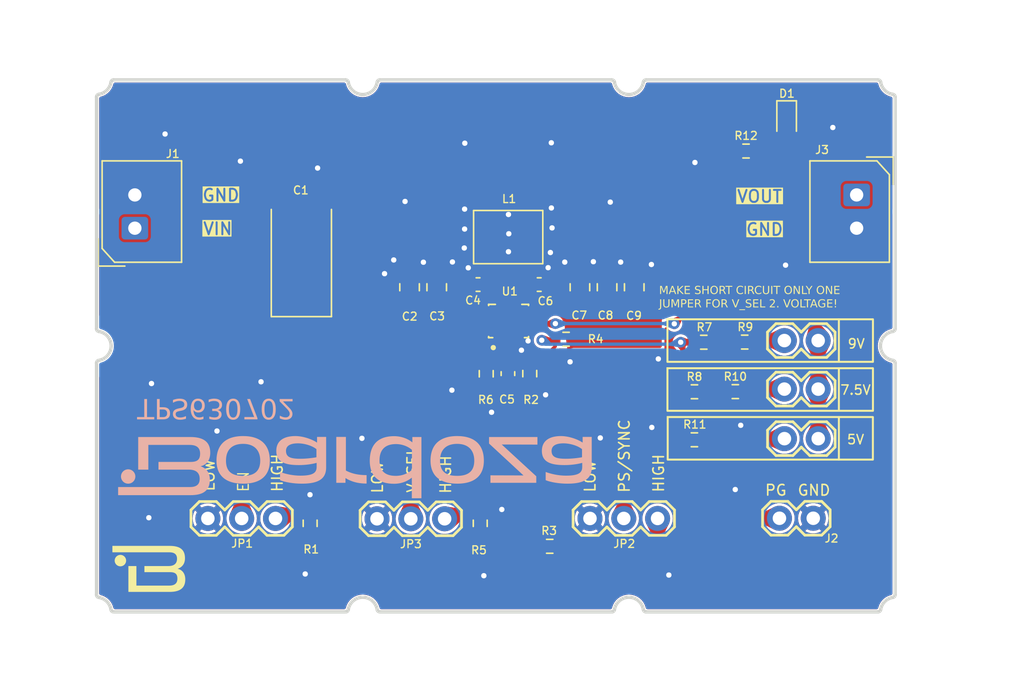
<source format=kicad_pcb>
(kicad_pcb (version 20240108) (generator "pcbnew") (generator_version "8.0")
  (layers (0 "F.Cu" signal) (31 "B.Cu" signal) (34 "B.Paste" user) (35 "F.Paste" user) (36 "B.SilkS" user "B.Silkscreen") (37 "F.SilkS" user "F.Silkscreen") (38 "B.Mask" user) (39 "F.Mask" user) (44 "Edge.Cuts" user))
  (net 0 "")
  (net 1 "V_IN")
  (net 2 "GND")
  (net 3 "Net-(U1-VAUX)")
  (net 4 "+3V3")
  (net 5 "PG")
  (net 6 "Net-(U1-L2)")
  (net 7 "Net-(U1-L1)")
  (net 8 "EN")
  (net 9 "FB")
  (net 10 "Net-(JP4-Pad1)")
  (net 11 "Net-(JP5-Pad1)")
  (net 12 "Net-(R7-Pad2)")
  (net 13 "Net-(JP6-Pad1)")
  (net 14 "Net-(R10-Pad1)")
  (net 15 "PS{slash}SYNC")
  (net 16 "V_SEL")
  (net 17 "FB2")
  (net 18 "Net-(D1-A)")
  (net 19 "Net-(JP1-Pad3)")
  (net 20 "Net-(JP2-Pad3)")
  (net 21 "Net-(JP3-Pad3)")
  (footprint "Connectors:1X03" (layer "F.Cu") (at 117.424 89.8)
    (property "Reference" "JP3")
    (property "Value" "VSEL" (hide yes))
  )
  (footprint "Capacitor_SMD:C_0603_1608Metric" (layer "F.Cu") (at 127.26 78.885 -90)
    (property "Reference" "C5")
    (property "Value" "100nF" (hide yes))
  )
  (footprint "Capacitor_SMD:C_0805_2012Metric" (layer "F.Cu") (at 134.71 72.39 90)
    (property "Reference" "C8")
    (property "Value" "22uF" (hide yes))
  )
  (footprint "Resistor_SMD:R_0603_1608Metric" (layer "F.Cu") (at 144.345 80.24)
    (property "Reference" "R10")
    (property "Value" "18K" (hide yes))
  )
  (footprint "Connectors:1X02" (layer "F.Cu") (at 148.03 80.05)
    (property "Reference" "JP6" (hide yes))
    (property "Value" "7.5V" (hide yes))
  )
  (footprint "Capacitor_SMD:C_0603_1608Metric" (layer "F.Cu") (at 125.015 72.19 180)
    (property "Reference" "C4")
    (property "Value" "10uF" (hide yes))
  )
  (footprint "Resistor_SMD:R_0603_1608Metric" (layer "F.Cu") (at 125.18 90.14 90)
    (property "Reference" "R5")
    (property "Value" "10K" (hide yes))
  )
  (footprint "Capacitor_Tantalum_SMD:CP_EIA-7343-43_Kemet-X" (layer "F.Cu") (at 111.74 70.19 90)
    (property "Reference" "C1")
    (property "Value" "68uF" (hide yes))
  )
  (footprint "Resistor_SMD:R_0603_1608Metric" (layer "F.Cu") (at 128.9 78.885 90)
    (property "Reference" "R2")
    (property "Value" "150K" (hide yes))
  )
  (footprint "Capacitor_SMD:C_0805_2012Metric" (layer "F.Cu") (at 136.75 72.39 90)
    (property "Reference" "C9")
    (property "Value" "22uF" (hide yes))
  )
  (footprint "Connectors:1X03" (layer "F.Cu") (at 133.425 89.775)
    (property "Reference" "JP2")
    (property "Value" "PS/SYNC" (hide yes))
  )
  (footprint "Resistor_SMD:R_0603_1608Metric" (layer "F.Cu") (at 131.63 76.3)
    (property "Reference" "R4")
    (property "Value" "470K" (hide yes))
  )
  (footprint "Resistor_SMD:R_0603_1608Metric" (layer "F.Cu") (at 130.4 91.87 180)
    (property "Reference" "R3")
    (property "Value" "10K" (hide yes))
  )
  (footprint "Resistor_SMD:R_0603_1608Metric" (layer "F.Cu") (at 141.275 80.25)
    (property "Reference" "R8")
    (property "Value" "71.5K" (hide yes))
  )
  (footprint "Resistor_SMD:R_0603_1608Metric" (layer "F.Cu") (at 112.4 90.14 90)
    (property "Reference" "R1")
    (property "Value" "10K" (hide yes))
  )
  (footprint "BOARDOZA_CONNECTOR_NEW:2317-02S_1x02_P2.50mm_Vertical" (layer "F.Cu") (at 153.46 65.45 -90)
    (property "Reference" "J3")
    (property "Value" "2317-02" (hide yes))
  )
  (footprint "Resistor_SMD:R_0603_1608Metric" (layer "F.Cu") (at 141.975 76.525)
    (property "Reference" "R7")
    (property "Value" "51K" (hide yes))
  )
  (footprint "Connectors:1X02" (layer "F.Cu") (at 148.03 76.4)
    (property "Reference" "JP4" (hide yes))
    (property "Value" "9V" (hide yes))
  )
  (footprint "Capacitor_SMD:C_0603_1608Metric" (layer "F.Cu") (at 129.61 72.19)
    (property "Reference" "C6")
    (property "Value" "10uF" (hide yes))
  )
  (footprint "Connectors:1X02" (layer "F.Cu") (at 148.035 83.775)
    (property "Reference" "JP5" (hide yes))
    (property "Value" "5V" (hide yes))
  )
  (footprint "others:TPS63070RNMT" (layer "F.Cu") (at 127.31 74.93 90)
    (property "Reference" "U1")
    (property "Value" "TPS630702RNMR" (hide yes))
  )
  (footprint "Connectors:1X02" (layer "F.Cu") (at 147.66 89.76)
    (property "Reference" "J2")
    (property "Value" "PG" (hide yes))
  )
  (footprint "Capacitor_SMD:C_0805_2012Metric" (layer "F.Cu") (at 121.91 72.39 90)
    (property "Reference" "C3")
    (property "Value" "10uF" (hide yes))
  )
  (footprint "Fiducial:Fiducial_0.5mm_Mask1mm" (layer "F.Cu") (at 98.28 58.63)
    (property "Reference" "REF**" (hide yes))
    (property "Value" "Fiducial_0.5mm_Mask1mm" (hide yes))
  )
  (footprint "others:SMPI04020" (layer "F.Cu") (at 127.28 68.62 180)
    (property "Reference" "L1")
    (property "Value" "SMPI04020-1R5M" (hide yes))
  )
  (footprint "Capacitor_SMD:C_0805_2012Metric" (layer "F.Cu") (at 119.87 72.39 90)
    (property "Reference" "C2")
    (property "Value" "10uF" (hide yes))
  )
  (footprint "Resistor_SMD:R_0603_1608Metric" (layer "F.Cu") (at 145.15 62.15)
    (property "Reference" "R12")
    (property "Value" "10K" (hide yes))
  )
  (footprint "BOARDOZA_CONNECTOR_NEW:2317-02S_1x02_P2.50mm_Vertical" (layer "F.Cu") (at 99.23 67.95 90)
    (property "Reference" "J1")
    (property "Value" "2317-02" (hide yes))
  )
  (footprint "LED_SMD:LED_0603_1608Metric" (layer "F.Cu") (at 148.2 59.86 -90)
    (property "Reference" "D1")
    (property "Value" "LED POWER" (hide yes))
  )
  (footprint "Resistor_SMD:R_0603_1608Metric" (layer "F.Cu") (at 145.05 76.515)
    (property "Reference" "R9")
    (property "Value" "15K" (hide yes))
  )
  (footprint "Capacitor_SMD:C_0805_2012Metric" (layer "F.Cu") (at 132.67 72.39 90)
    (property "Reference" "C7")
    (property "Value" "22uF" (hide yes))
  )
  (footprint "Resistor_SMD:R_0603_1608Metric" (layer "F.Cu") (at 125.63 78.895 90)
    (property "Reference" "R6")
    (property "Value" "100K" (hide yes))
  )
  (footprint "Connectors:1X03" (layer "F.Cu") (at 104.715 89.775)
    (property "Reference" "JP1")
    (property "Value" "EN" (hide yes))
  )
  (footprint "Fiducial:Fiducial_0.5mm_Mask1mm" (layer "F.Cu") (at 154.5 94.87)
    (property "Reference" "REF**" (hide yes))
    (property "Value" "Fiducial_0.5mm_Mask1mm" (hide yes))
  )
  (footprint "Resistor_SMD:R_0603_1608Metric" (layer "F.Cu") (at 141.27 83.86)
    (property "Reference" "R11")
    (property "Value" "221K" (hide yes))
  )
  (gr_poly (pts (xy 129.389457 86.603669) (xy 126.793894 84.21448) (xy 129.476769 84.22242) (xy 129.476769 83.650919) (xy 125.841393 83.650919) (xy 125.841393 84.143043) (xy 128.42902 86.540169) (xy 125.944582 86.532231) (xy 125.944582 87.095792) (xy 129.389457 87.095792)) (fill solid) (layer "B.SilkS"))
  (gr_poly (pts (xy 116.641831 86.516355) (xy 116.502536 86.51444) (xy 116.370205 86.508851) (xy 116.244549 86.499821) (xy 116.125275 86.487581) (xy 116.012094 86.472365) (xy 115.904715 86.454405) (xy 115.802847 86.433934) (xy 115.7062 86.411183) (xy 115.614483 86.386386) (xy 115.527405 86.359776) (xy 115.444676 86.331584) (xy 115.366004 86.302043) (xy 115.2911 86.271386) (xy 115.219672 86.239845) (xy 115.15143 86.207654) (xy 115.086083 86.175043) (xy 115.086083 83.642979) (xy 114.36377 83.642979) (xy 114.36377 87.095792) (xy 115.046396 87.095792) (xy 115.054333 87.087856) (xy 115.054333 86.738605) (xy 115.12832 86.782482) (xy 115.204587 86.824708) (xy 115.283365 86.865121) (xy 115.364887 86.903556) (xy 115.449386 86.939853) (xy 115.537094 86.973847) (xy 115.628243 87.005376) (xy 115.723067 87.034277) (xy 115.821797 87.060388) (xy 115.924667 87.083545) (xy 116.031908 87.103586) (xy 116.143754 87.120349) (xy 116.260437 87.13367) (xy 116.382189 87.143386) (xy 116.509243 87.149335) (xy 116.641831 87.151355)) (fill solid) (layer "B.SilkS"))
  (gr_poly (pts (xy 111.776147 87.15929) (xy 112.009863 87.154718) (xy 112.120129 87.148989) (xy 112.226057 87.14095) (xy 112.327689 87.130591) (xy 112.425066 87.117903) (xy 112.518232 87.102874) (xy 112.607228 87.085495) (xy 112.692096 87.065757) (xy 112.772878 87.043647) (xy 112.849617 87.019157) (xy 112.922356 86.992276) (xy 112.991134 86.962994) (xy 113.055997 86.931301) (xy 113.116984 86.897187) (xy 113.174139 86.860641) (xy 113.227503 86.821653) (xy 113.277119 86.780213) (xy 113.323028 86.736311) (xy 113.365274 86.689938) (xy 113.403898 86.641081) (xy 113.438942 86.589732) (xy 113.470449 86.535881) (xy 113.49846 86.479516) (xy 113.523018 86.420628) (xy 113.544164 86.359207) (xy 113.561942 86.295243) (xy 113.576393 86.228725) (xy 113.587559 86.159643) (xy 113.595483 86.087987) (xy 113.600206 86.013748) (xy 113.601771 85.936913) (xy 113.601771 83.642977) (xy 112.919146 83.642977) (xy 112.919146 84.071604) (xy 112.852646 84.028143) (xy 112.778565 83.984369) (xy 112.697508 83.940711) (xy 112.61008 83.897599) (xy 112.516884 83.855464) (xy 112.418526 83.814736) (xy 112.31561 83.775845) (xy 112.20874 83.739221) (xy 112.098522 83.705295) (xy 111.985561 83.674497) (xy 111.870459 83.647256) (xy 111.753823 83.624004) (xy 111.636257 83.605169) (xy 111.518365 83.591184) (xy 111.400752 83.582477) (xy 111.284022 83.579479) (xy 111.154176 83.582368) (xy 111.024364 83.591432) (xy 110.895738 83.607262) (xy 110.769449 83.630452) (xy 110.707541 83.644993) (xy 110.646648 83.661596) (xy 110.586916 83.680335) (xy 110.528487 83.701285) (xy 110.471506 83.72452) (xy 110.416116 83.750113) (xy 110.362461 83.77814) (xy 110.310686 83.808674) (xy 110.260934 83.841789) (xy 110.213349 83.877559) (xy 110.168075 83.916059) (xy 110.125256 83.957362) (xy 110.085035 84.001544) (xy 110.047557 84.048677) (xy 110.012965 84.098836) (xy 109.981404 84.152095) (xy 109.953017 84.208529) (xy 109.927948 84.26821) (xy 109.906341 84.331215) (xy 109.88834 84.397616) (xy 109.874088 84.467487) (xy 109.863731 84.540904) (xy 109.85741 84.61794) (xy 109.855482 84.690729) (xy 110.585521 84.690729) (xy 110.586427 84.65629) (xy 110.589141 84.622921) (xy 110.593657 84.590626) (xy 110.599969 84.559404) (xy 110.608073 84.529258) (xy 110.617961 84.500189) (xy 110.629628 84.472199) (xy 110.643068 84.445288) (xy 110.658275 84.419458) (xy 110.675244 84.394711) (xy 110.693969 84.371049) (xy 110.714443 84.348472) (xy 110.736662 84.326982) (xy 110.760619 84.306581) (xy 110.786308 84.28727) (xy 110.813724 84.269051) (xy 110.873712 84.235892) (xy 110.940538 84.207116) (xy 111.014153 84.182736) (xy 111.094513 84.162762) (xy 111.181569 84.147207) (xy 111.275276 84.136082) (xy 111.375588 84.129398) (xy 111.482457 84.127168) (xy 111.574361 84.129193) (xy 111.668136 84.135183) (xy 111.763237 84.145009) (xy 111.859117 84.158546) (xy 111.955229 84.175663) (xy 112.051028 84.196233) (xy 112.145966 84.220129) (xy 112.239497 84.247222) (xy 112.331074 84.277385) (xy 112.420152 84.31049) (xy 112.506184 84.346409) (xy 112.588623 84.385013) (xy 112.666922 84.426175) (xy 112.740536 84.469768) (xy 112.808917 84.515662) (xy 112.87152 84.563731) (xy 112.87152 85.174917) (xy 112.747047 85.195645) (xy 112.612435 85.215721) (xy 112.468708 85.234495) (xy 112.316888 85.251316) (xy 112.157998 85.265532) (xy 111.993063 85.276492) (xy 111.823104 85.283546) (xy 111.649146 85.286042) (xy 111.515551 85.284414) (xy 111.391503 85.279345) (xy 111.276872 85.270555) (xy 111.223048 85.264677) (xy 111.171531 85.257765) (xy 111.122305 85.249783) (xy 111.075353 85.240696) (xy 111.03066 85.23047) (xy 110.988209 85.219069) (xy 110.947985 85.20646) (xy 110.909972 85.192606) (xy 110.874153 85.177473) (xy 110.840513 85.161026) (xy 110.809035 85.143231) (xy 110.779705 85.124052) (xy 110.752504 85.103454) (xy 110.727419 85.081403) (xy 110.704432 85.057864) (xy 110.683528 85.032802) (xy 110.664691 85.006181) (xy 110.647904 84.977968) (xy 110.633153 84.948126) (xy 110.62042 84.916622) (xy 110.60969 84.883421) (xy 110.600946 84.848487) (xy 110.594174 84.811786) (xy 110.589356 84.773282) (xy 110.586477 84.732942) (xy 110.585521 84.690729) (xy 109.855482 84.690729) (xy 109.855272 84.698668) (xy 109.857441 84.779237) (xy 109.863886 84.855808) (xy 109.874507 84.928475) (xy 109.889208 84.997332) (xy 109.907891 85.062475) (xy 109.930459 85.123997) (xy 109.956815 85.181993) (xy 109.986861 85.236558) (xy 110.0205 85.287785) (xy 110.057634 85.33577) (xy 110.098166 85.380608) (xy 110.141999 85.422391) (xy 110.189035 85.461215) (xy 110.239177 85.497175) (xy 110.292328 85.530365) (xy 110.348389 85.560879) (xy 110.468857 85.614257) (xy 110.599801 85.658066) (xy 110.740441 85.693062) (xy 110.89 85.72) (xy 111.047698 85.739637) (xy 111.212756 85.752727) (xy 111.384394 85.760027) (xy 111.561835 85.762292) (xy 111.74804 85.759037) (xy 111.930804 85.749642) (xy 112.108917 85.734667) (xy 112.28117 85.714668) (xy 112.446354 85.690205) (xy 112.603259 85.661835) (xy 112.750676 85.630116) (xy 112.887397 85.595606) (xy 112.887397 85.905167) (xy 112.883699 85.987036) (xy 112.872328 86.063034) (xy 112.852864 86.133241) (xy 112.839967 86.166198) (xy 112.824889 86.197739) (xy 112.807579 86.227873) (xy 112.787984 86.256609) (xy 112.766052 86.28396) (xy 112.741731 86.309934) (xy 112.714968 86.334542) (xy 112.685711 86.357793) (xy 112.653908 86.379699) (xy 112.619506 86.400269) (xy 112.542697 86.437444) (xy 112.454865 86.469397) (xy 112.355592 86.496211) (xy 112.244459 86.517968) (xy 112.121048 86.534748) (xy 111.98494 86.546633) (xy 111.835716 86.553704) (xy 111.672958 86.556043) (xy 111.568812 86.554667) (xy 111.464863 86.550617) (xy 111.361309 86.544009) (xy 111.258348 86.534959) (xy 111.156178 86.523584) (xy 111.054996 86.509999) (xy 110.955001 86.494322) (xy 110.856389 86.476668) (xy 110.759358 86.457153) (xy 110.664106 86.435895) (xy 110.570831 86.413008) (xy 110.479729 86.388611) (xy 110.391 86.362817) (xy 110.304841 86.335745) (xy 110.221448 86.30751) (xy 110.141021 86.278229) (xy 110.141021 86.897356) (xy 110.212578 86.925151) (xy 110.290066 86.95191) (xy 110.373088 86.977531) (xy 110.46125 87.001907) (xy 110.651409 87.046509) (xy 110.857381 87.084879) (xy 111.076003 87.116179) (xy 111.304113 87.139573) (xy 111.538548 87.154223) (xy 111.776145 87.159293)) (fill solid) (layer "B.SilkS"))
  (gr_poly (pts (xy 103.568912 88.020881) (xy 103.726916 88.009816) (xy 103.875827 87.990891) (xy 104.015379 87.96371) (xy 104.145303 87.927879) (xy 104.206571 87.906596) (xy 104.265332 87.883002) (xy 104.321553 87.857048) (xy 104.375199 87.828684) (xy 104.426239 87.79786) (xy 104.474637 87.764529) (xy 104.520361 87.728639) (xy 104.563378 87.690142) (xy 104.603653 87.648988) (xy 104.641154 87.605128) (xy 104.675847 87.558512) (xy 104.707698 87.509091) (xy 104.736675 87.456816) (xy 104.762743 87.401636) (xy 104.78587 87.343504) (xy 104.806022 87.282369) (xy 104.823165 87.218181) (xy 104.837266 87.150892) (xy 104.848292 87.080452) (xy 104.856209 87.006812) (xy 104.860983 86.929922) (xy 104.862582 86.849733) (xy 104.86166 86.796942) (xy 104.858924 86.745716) (xy 104.85442 86.696036) (xy 104.848196 86.647885) (xy 104.840297 86.601245) (xy 104.83077 86.5561) (xy 104.819662 86.512431) (xy 104.80702 86.470221) (xy 104.792889 86.429453) (xy 104.777316 86.39011) (xy 104.760348 86.352173) (xy 104.742032 86.315626) (xy 104.722413 86.280451) (xy 104.701538 86.24663) (xy 104.656208 86.182983) (xy 104.606412 86.124544) (xy 104.552524 86.071175) (xy 104.494916 86.022736) (xy 104.433958 85.979087) (xy 104.370024 85.94009) (xy 104.303486 85.905603) (xy 104.234715 85.875489) (xy 104.164083 85.849606) (xy 104.202493 85.840699) (xy 104.240303 85.830348) (xy 104.277474 85.818549) (xy 104.313965 85.805299) (xy 104.349735 85.790596) (xy 104.384744 85.774436) (xy 104.41895 85.756818) (xy 104.452313 85.737737) (xy 104.484793 85.717191) (xy 104.516348 85.695178) (xy 104.546938 85.671693) (xy 104.576522 85.646735) (xy 104.60506 85.6203) (xy 104.632511 85.592385) (xy 104.658834 85.562988) (xy 104.683989 85.532106) (xy 104.707934 85.499735) (xy 104.730629 85.465874) (xy 104.752034 85.430518) (xy 104.772107 85.393665) (xy 104.790809 85.355312) (xy 104.808097 85.315456) (xy 104.823933 85.274095) (xy 104.838274 85.231225) (xy 104.85108 85.186844) (xy 104.862311 85.140948) (xy 104.871926 85.093534) (xy 104.879884 85.044601) (xy 104.886144 84.994144) (xy 104.890666 84.942161) (xy 104.893409 84.888649) (xy 104.894332 84.833606) (xy 104.8928 84.756885) (xy 104.888209 84.682977) (xy 104.880572 84.611856) (xy 104.8699 84.543499) (xy 104.856205 84.47788) (xy 104.839499 84.414974) (xy 104.819792 84.354757) (xy 104.797098 84.297204) (xy 104.771427 84.24229) (xy 104.742791 84.189991) (xy 104.711202 84.140282) (xy 104.676671 84.093139) (xy 104.63921 84.048536) (xy 104.598831 84.006448) (xy 104.555545 83.966852) (xy 104.509364 83.929723) (xy 104.460299 83.895035) (xy 104.408362 83.862764) (xy 104.353565 83.832885) (xy 104.29592 83.805374) (xy 104.235437 83.780206) (xy 104.172129 83.757356) (xy 104.106007 83.736799) (xy 104.037083 83.718511) (xy 103.965368 83.702467) (xy 103.890875 83.688643) (xy 103.813614 83.677013) (xy 103.733597 83.667553) (xy 103.565344 83.655044) (xy 103.386208 83.650919) (xy 99.480959 83.650919) (xy 99.480959 86.103607) (xy 100.242959 86.103607) (xy 100.242959 84.246232) (xy 103.346521 84.246232) (xy 103.439062 84.248573) (xy 103.526138 84.255658) (xy 103.60768 84.267579) (xy 103.683617 84.284431) (xy 103.719462 84.294735) (xy 103.75388 84.306306) (xy 103.786862 84.319156) (xy 103.818399 84.333296) (xy 103.848483 84.348739) (xy 103.877105 84.365496) (xy 103.904256 84.383578) (xy 103.929927 84.402998) (xy 103.95411 84.423766) (xy 103.976797 84.445894) (xy 103.997977 84.469395) (xy 104.017643 84.494279) (xy 104.035786 84.520558) (xy 104.052396 84.548245) (xy 104.067467 84.57735) (xy 104.080988 84.607885) (xy 104.092951 84.639861) (xy 104.103347 84.673292) (xy 104.112167 84.708187) (xy 104.119404 84.744559) (xy 104.125047 84.782419) (xy 104.129089 84.821779) (xy 104.131521 84.862651) (xy 104.132333 84.905045) (xy 104.131636 84.947326) (xy 104.129545 84.987866) (xy 104.126061 85.02669) (xy 104.121187 85.063826) (xy 104.114923 85.099299) (xy 104.107271 85.133135) (xy 104.098232 85.165361) (xy 104.087809 85.196003) (xy 104.076002 85.225087) (xy 104.062812 85.25264) (xy 104.048242 85.278686) (xy 104.032293 85.303253) (xy 104.014966 85.326366) (xy 103.996262 85.348052) (xy 103.976184 85.368338) (xy 103.954732 85.387248) (xy 103.931908 85.404809) (xy 103.907713 85.421048) (xy 103.88215 85.435991) (xy 103.855218 85.449663) (xy 103.826921 85.462091) (xy 103.797259 85.473301) (xy 103.766233 85.48332) (xy 103.733846 85.492172) (xy 103.700098 85.499886) (xy 103.664992 85.506486) (xy 103.590707 85.51645) (xy 103.511005 85.522275) (xy 103.425896 85.524171) (xy 101.004958 85.524171) (xy 101.004958 86.103607) (xy 103.283021 86.103607) (xy 103.373302 86.105957) (xy 103.459444 86.11311) (xy 103.541214 86.125216) (xy 103.61838 86.142426) (xy 103.655163 86.152992) (xy 103.690709 86.164892) (xy 103.724987 86.178142) (xy 103.757968 86.192764) (xy 103.789624 86.208775) (xy 103.819926 86.226194) (xy 103.848843 86.245041) (xy 103.876349 86.265333) (xy 103.902412 86.287091) (xy 103.927004 86.310332) (xy 103.950097 86.335077) (xy 103.971661 86.361343) (xy 103.991666 86.38915) (xy 104.010085 86.418516) (xy 104.026887 86.44946) (xy 104.042044 86.482002) (xy 104.055527 86.51616) (xy 104.067306 86.551953) (xy 104.077353 86.5894) (xy 104.085638 86.62852) (xy 104.092133 86.669332) (xy 104.096808 86.711854) (xy 104.099634 86.756106) (xy 104.100583 86.802107) (xy 104.099817 86.841571) (xy 104.097527 86.879606) (xy 104.093722 86.916222) (xy 104.088413 86.951431) (xy 104.08161 86.985245) (xy 104.073323 87.017675) (xy 104.063562 87.048733) (xy 104.052338 87.078431) (xy 104.03966 87.10678) (xy 104.025539 87.133792) (xy 104.009985 87.159479) (xy 103.993008 87.183851) (xy 103.974619 87.206921) (xy 103.954826 87.228701) (xy 103.933642 87.249202) (xy 103.911075 87.268435) (xy 103.887137 87.286413) (xy 103.861836 87.303146) (xy 103.835184 87.318647) (xy 103.80719 87.332927) (xy 103.777865 87.345998) (xy 103.747219 87.357871) (xy 103.715262 87.368559) (xy 103.682004 87.378072) (xy 103.647455 87.386422) (xy 103.611626 87.393621) (xy 103.574527 87.399681) (xy 103.536168 87.404613) (xy 103.455709 87.411139) (xy 103.370333 87.413294) (xy 97.972833 87.413294) (xy 97.972833 88.024482) (xy 103.402083 88.024482)) (fill solid) (layer "B.SilkS"))
  (gr_poly (pts (xy 107.485283 87.157507) (xy 107.603895 87.152157) (xy 107.718725 87.143264) (xy 107.829767 87.130846) (xy 107.937012 87.114923) (xy 108.040454 87.095513) (xy 108.140085 87.072635) (xy 108.235897 87.046309) (xy 108.327885 87.016552) (xy 108.41604 86.983384) (xy 108.500354 86.946824) (xy 108.580822 86.906891) (xy 108.657435 86.863603) (xy 108.730187 86.81698) (xy 108.79907 86.76704) (xy 108.864076 86.713802) (xy 108.925199 86.657285) (xy 108.982431 86.597508) (xy 109.035765 86.534491) (xy 109.085194 86.468251) (xy 109.130711 86.398808) (xy 109.172307 86.32618) (xy 109.209977 86.250387) (xy 109.243712 86.171447) (xy 109.273505 86.08938) (xy 109.29935 86.004203) (xy 109.321238 85.915937) (xy 109.339163 85.8246) (xy 109.353118 85.730211) (xy 109.363094 85.632788) (xy 109.369085 85.532351) (xy 109.371084 85.428919) (xy 109.369085 85.31886) (xy 109.363094 85.21194) (xy 109.353118 85.108183) (xy 109.339163 85.007612) (xy 109.321238 84.910249) (xy 109.29935 84.81612) (xy 109.273505 84.725245) (xy 109.243712 84.63765) (xy 109.209977 84.553357) (xy 109.172307 84.472389) (xy 109.130711 84.39477) (xy 109.085194 84.320522) (xy 109.035765 84.24967) (xy 108.982431 84.182236) (xy 108.925199 84.118244) (xy 108.864076 84.057717) (xy 108.79907 84.000677) (xy 108.730187 83.94715) (xy 108.657435 83.897157) (xy 108.580822 83.850721) (xy 108.500354 83.807867) (xy 108.41604 83.768618) (xy 108.327885 83.732996) (xy 108.235897 83.701025) (xy 108.140085 83.672728) (xy 108.040454 83.648129) (xy 107.937012 83.62725) (xy 107.829767 83.610116) (xy 107.718725 83.596748) (xy 107.603895 83.587171) (xy 107.362896 83.579482) (xy 107.240532 83.581431) (xy 107.121986 83.587259) (xy 107.007263 83.596938) (xy 106.896366 83.610441) (xy 106.789301 83.627741) (xy 106.686071 83.648809) (xy 106.586681 83.673618) (xy 106.491135 83.702141) (xy 106.399438 83.734349) (xy 106.311594 83.770216) (xy 106.227607 83.809713) (xy 106.147482 83.852813) (xy 106.071223 83.899489) (xy 105.998834 83.949712) (xy 105.93032 84.003456) (xy 105.865685 84.060692) (xy 105.804934 84.121393) (xy 105.74807 84.185531) (xy 105.695099 84.253079) (xy 105.646024 84.324009) (xy 105.60085 84.398293) (xy 105.559582 84.475904) (xy 105.522223 84.556815) (xy 105.488778 84.640997) (xy 105.459251 84.728423) (xy 105.433648 84.819066) (xy 105.411971 84.912897) (xy 105.394226 85.009889) (xy 105.380416 85.110015) (xy 105.370547 85.213247) (xy 105.364622 85.319558) (xy 105.362646 85.428919) (xy 106.077021 85.428919) (xy 106.078321 85.354066) (xy 106.082218 85.281323) (xy 106.088702 85.210708) (xy 106.097764 85.142238) (xy 106.109395 85.075931) (xy 106.123588 85.011804) (xy 106.140332 84.949875) (xy 106.15962 84.89016) (xy 106.181443 84.832678) (xy 106.205792 84.777446) (xy 106.232658 84.724481) (xy 106.262033 84.673801) (xy 106.293908 84.625423) (xy 106.328273 84.579365) (xy 106.365121 84.535644) (xy 106.404443 84.494277) (xy 106.44623 84.455282) (xy 106.490473 84.418677) (xy 106.537163 84.384479) (xy 106.586293 84.352705) (xy 106.637852 84.323372) (xy 106.691833 84.296499) (xy 106.748226 84.272102) (xy 106.807023 84.250199) (xy 106.868216 84.230808) (xy 106.931795 84.213946) (xy 106.997751 84.19963) (xy 107.066077 84.187878) (xy 107.136763 84.178707) (xy 107.209801 84.172134) (xy 107.285181 84.168178) (xy 107.362896 84.166856) (xy 107.440611 84.168268) (xy 107.515992 84.172483) (xy 107.589029 84.179465) (xy 107.659716 84.18918) (xy 107.728042 84.201592) (xy 107.793998 84.216666) (xy 107.857577 84.234369) (xy 107.91877 84.254664) (xy 107.977567 84.277517) (xy 108.033961 84.302893) (xy 108.087942 84.330758) (xy 108.139501 84.361076) (xy 108.18863 84.393812) (xy 108.235321 84.428932) (xy 108.279564 84.466401) (xy 108.321351 84.506183) (xy 108.360672 84.548244) (xy 108.39752 84.59255) (xy 108.431886 84.639064) (xy 108.463761 84.687753) (xy 108.493135 84.738581) (xy 108.520001 84.791514) (xy 108.54435 84.846517) (xy 108.566173 84.903554) (xy 108.585461 84.962591) (xy 108.602206 85.023593) (xy 108.616398 85.086526) (xy 108.62803 85.151353) (xy 108.637092 85.218041) (xy 108.643575 85.286555) (xy 108.647472 85.356859) (xy 108.648773 85.428919) (xy 108.647517 85.500637) (xy 108.64375 85.569945) (xy 108.637471 85.636852) (xy 108.628681 85.701367) (xy 108.617379 85.763498) (xy 108.603566 85.823255) (xy 108.587241 85.880645) (xy 108.568405 85.935678) (xy 108.547058 85.988362) (xy 108.523199 86.038707) (xy 108.496828 86.08672) (xy 108.467946 86.13241) (xy 108.436552 86.175787) (xy 108.402647 86.216858) (xy 108.366231 86.255634) (xy 108.327303 86.292121) (xy 108.285864 86.32633) (xy 108.241913 86.358268) (xy 108.19545 86.387945) (xy 108.146476 86.415369) (xy 108.094991 86.440549) (xy 108.040994 86.463494) (xy 107.984486 86.484212) (xy 107.925466 86.502712) (xy 107.863935 86.519004) (xy 107.799893 86.533094) (xy 107.664273 86.554709) (xy 107.518607 86.567627) (xy 107.362896 86.571917) (xy 107.207185 86.567976) (xy 107.061519 86.556011) (xy 106.992454 86.546955) (xy 106.925899 86.535815) (xy 106.861857 86.522564) (xy 106.800326 86.507177) (xy 106.741306 86.489627) (xy 106.684798 86.469889) (xy 106.630801 86.447935) (xy 106.579316 86.42374) (xy 106.530342 86.397278) (xy 106.48388 86.368523) (xy 106.439929 86.337448) (xy 106.39849 86.304027) (xy 106.359562 86.268234) (xy 106.323145 86.230043) (xy 106.28924 86.189428) (xy 106.257847 86.146362) (xy 106.228965 86.10082) (xy 106.202594 86.052775) (xy 106.178735 86.002201) (xy 106.157388 85.949072) (xy 106.138552 85.893362) (xy 106.122227 85.835044) (xy 106.108414 85.774093) (xy 106.097112 85.710482) (xy 106.088322 85.644186) (xy 106.082044 85.575177) (xy 106.078276 85.50343) (xy 106.077021 85.428919) (xy 105.362646 85.428919) (xy 105.364645 85.531653) (xy 105.370634 85.63148) (xy 105.380606 85.728377) (xy 105.394551 85.822321) (xy 105.412461 85.913288) (xy 105.434328 86.001255) (xy 105.460142 86.086199) (xy 105.489894 86.168098) (xy 105.523577 86.246926) (xy 105.561181 86.322662) (xy 105.602697 86.395281) (xy 105.648117 86.464761) (xy 105.697433 86.531079) (xy 105.750634 86.594211) (xy 105.807714 86.654133) (xy 105.868662 86.710824) (xy 105.933471 86.764258) (xy 106.002131 86.814414) (xy 106.074633 86.861268) (xy 106.15097 86.904796) (xy 106.231133 86.944976) (xy 106.315112 86.981784) (xy 106.402898 87.015197) (xy 106.494484 87.045191) (xy 106.589861 87.071744) (xy 106.689019 87.094831) (xy 106.79195 87.114431) (xy 106.898645 87.130519) (xy 107.123294 87.152068) (xy 107.362896 87.159293) (xy 107.362896 87.159294)) (fill solid) (layer "B.SilkS"))
  (gr_poly (pts (xy 120.761395 83.650919) (xy 120.078773 83.650919) (xy 120.078773 84.055731) (xy 120.01722 84.007305) (xy 119.951726 83.960403) (xy 119.882442 83.915245) (xy 119.809518 83.872052) (xy 119.733106 83.831045) (xy 119.653357 83.792444) (xy 119.570422 83.756472) (xy 119.484452 83.723348) (xy 119.395599 83.693293) (xy 119.304013 83.66653) (xy 119.209846 83.643277) (xy 119.113249 83.623757) (xy 119.014374 83.60819) (xy 118.91337 83.596798) (xy 118.81039 83.5898) (xy 118.705585 83.587418) (xy 118.595594 83.589277) (xy 118.488873 83.594846) (xy 118.385437 83.604116) (xy 118.2853 83.617075) (xy 118.188477 83.633715) (xy 118.094982 83.654025) (xy 118.00483 83.677994) (xy 117.918035 83.705612) (xy 117.834613 83.73687) (xy 117.754576 83.771758) (xy 117.677941 83.810264) (xy 117.604721 83.852378) (xy 117.534931 83.898092) (xy 117.468586 83.947394) (xy 117.4057 84.000274) (xy 117.346287 84.056722) (xy 117.290363 84.116729) (xy 117.237941 84.180283) (xy 117.189037 84.247374) (xy 117.143664 84.317993) (xy 117.101838 84.392129) (xy 117.063573 84.469772) (xy 117.028882 84.550913) (xy 116.997782 84.635539) (xy 116.970286 84.723643) (xy 116.946409 84.815213) (xy 116.926166 84.910239) (xy 116.909571 85.00871) (xy 116.896638 85.110618) (xy 116.887382 85.215952) (xy 116.881818 85.324701) (xy 116.880355 85.413043) (xy 117.610208 85.413043) (xy 117.614696 85.273652) (xy 117.628253 85.141401) (xy 117.638476 85.078032) (xy 117.651019 85.016544) (xy 117.665899 84.956969) (xy 117.683133 84.899338) (xy 117.70274 84.843684) (xy 117.724735 84.790039) (xy 117.749138 84.738434) (xy 117.775965 84.688902) (xy 117.805233 84.641474) (xy 117.836961 84.596183) (xy 117.871165 84.55306) (xy 117.907864 84.512137) (xy 117.947074 84.473448) (xy 117.988812 84.437022) (xy 118.033097 84.402893) (xy 118.079946 84.371092) (xy 118.129376 84.341651) (xy 118.181405 84.314603) (xy 118.23605 84.289979) (xy 118.293329 84.267811) (xy 118.353258 84.248132) (xy 118.415856 84.230973) (xy 118.48114 84.216366) (xy 118.549127 84.204343) (xy 118.619835 84.194936) (xy 118.693282 84.188177) (xy 118.769483 84.184098) (xy 118.848458 84.182731) (xy 118.934558 84.184755) (xy 119.020077 84.190731) (xy 119.104805 84.200521) (xy 119.188532 84.213985) (xy 119.271051 84.230984) (xy 119.35215 84.251378) (xy 119.431622 84.275028) (xy 119.509257 84.301794) (xy 119.584845 84.331536) (xy 119.658178 84.364116) (xy 119.729046 84.399393) (xy 119.797239 84.437227) (xy 119.862549 84.477481) (xy 119.924766 84.520013) (xy 119.983681 84.564684) (xy 120.039084 84.611356) (xy 120.047021 84.611356) (xy 120.047021 86.127417) (xy 119.983502 86.179499) (xy 119.918006 86.228558) (xy 119.850603 86.274547) (xy 119.781363 86.317421) (xy 119.710356 86.357131) (xy 119.637651 86.393633) (xy 119.563319 86.426879) (xy 119.487428 86.456823) (xy 119.41005 86.483418) (xy 119.331252 86.506618) (xy 119.251106 86.526376) (xy 119.169681 86.542646) (xy 119.087047 86.555382) (xy 119.003273 86.564537) (xy 118.918429 86.570063) (xy 118.832585 86.571916) (xy 118.694591 86.56797) (xy 118.563562 86.555979) (xy 118.500743 86.546893) (xy 118.439765 86.535709) (xy 118.380662 86.522397) (xy 118.323467 86.506928) (xy 118.268215 86.489273) (xy 118.214937 86.469403) (xy 118.163668 86.447289) (xy 118.114441 86.422902) (xy 118.067289 86.396213) (xy 118.022247 86.367193) (xy 117.979346 86.335812) (xy 117.938622 86.302042) (xy 117.900106 86.265853) (xy 117.863834 86.227217) (xy 117.829837 86.186104) (xy 117.79815 86.142486) (xy 117.768805 86.096333) (xy 117.741837 86.047616) (xy 117.717279 85.996306) (xy 117.695164 85.942374) (xy 117.675525 85.885792) (xy 117.658396 85.826529) (xy 117.643811 85.764557) (xy 117.631803 85.699847) (xy 117.622405 85.632369) (xy 117.615651 85.562096) (xy 117.611574 85.488996) (xy 117.610208 85.413043) (xy 116.880355 85.413043) (xy 116.87996 85.436855) (xy 116.882043 85.548668) (xy 116.888254 85.656421) (xy 116.898534 85.760149) (xy 116.912826 85.859884) (xy 116.931071 85.95566) (xy 116.953211 86.04751) (xy 116.979188 86.135468) (xy 117.008944 86.219567) (xy 117.04242 86.299841) (xy 117.07956 86.376323) (xy 117.120303 86.449047) (xy 117.164593 86.518045) (xy 117.212371 86.583352) (xy 117.263579 86.645001) (xy 117.318159 86.703025) (xy 117.376052 86.757457) (xy 117.437202 86.808332) (xy 117.501549 86.855682) (xy 117.569035 86.899541) (xy 117.639602 86.939942) (xy 117.713192 86.976919) (xy 117.789748 87.010506) (xy 117.86921 87.040735) (xy 117.951521 87.06764) (xy 118.036622 87.091254) (xy 118.124456 87.111612) (xy 118.308089 87.142689) (xy 118.501953 87.16114) (xy 118.705585 87.16723) (xy 118.809857 87.164938) (xy 118.911339 87.158192) (xy 119.010031 87.147191) (xy 119.105932 87.132132) (xy 119.199042 87.113212) (xy 119.289362 87.09063) (xy 119.376892 87.064583) (xy 119.461631 87.035269) (xy 119.543579 87.002886) (xy 119.622737 86.96763) (xy 119.699105 86.9297) (xy 119.772682 86.889293) (xy 119.843468 86.846608) (xy 119.911464 86.801841) (xy 119.976669 86.755191) (xy 120.039084 86.706855) (xy 120.039084 88.254668) (xy 120.761395 88.254668)) (fill solid) (layer "B.SilkS"))
  (gr_poly (pts (xy 131.731021 87.15929) (xy 131.964737 87.154718) (xy 132.075003 87.148989) (xy 132.180931 87.14095) (xy 132.282563 87.130591) (xy 132.37994 87.117903) (xy 132.473106 87.102874) (xy 132.562102 87.085495) (xy 132.64697 87.065757) (xy 132.727752 87.043647) (xy 132.804492 87.019157) (xy 132.87723 86.992276) (xy 132.946009 86.962994) (xy 133.010871 86.931301) (xy 133.071858 86.897187) (xy 133.129013 86.860641) (xy 133.182377 86.821653) (xy 133.231993 86.780213) (xy 133.277902 86.736311) (xy 133.320148 86.689938) (xy 133.358772 86.641081) (xy 133.393816 86.589732) (xy 133.425323 86.535881) (xy 133.453334 86.479516) (xy 133.477892 86.420628) (xy 133.499038 86.359207) (xy 133.516816 86.295243) (xy 133.531267 86.228725) (xy 133.542433 86.159643) (xy 133.550357 86.087987) (xy 133.55508 86.013748) (xy 133.556645 85.936913) (xy 133.556645 83.642977) (xy 132.87402 83.642977) (xy 132.87402 84.071604) (xy 132.807519 84.028143) (xy 132.733438 83.984369) (xy 132.652381 83.940711) (xy 132.564952 83.897599) (xy 132.471756 83.855464) (xy 132.373398 83.814736) (xy 132.270481 83.775845) (xy 132.163612 83.739221) (xy 132.053394 83.705295) (xy 131.940432 83.674497) (xy 131.82533 83.647256) (xy 131.708694 83.624004) (xy 131.591128 83.605169) (xy 131.473236 83.591184) (xy 131.355623 83.582477) (xy 131.238893 83.579479) (xy 131.109047 83.582368) (xy 130.979235 83.591432) (xy 130.850609 83.607262) (xy 130.724321 83.630452) (xy 130.662412 83.644993) (xy 130.60152 83.661596) (xy 130.541787 83.680335) (xy 130.483359 83.701285) (xy 130.426377 83.72452) (xy 130.370988 83.750113) (xy 130.317333 83.77814) (xy 130.265558 83.808674) (xy 130.215806 83.841789) (xy 130.168221 83.877559) (xy 130.122947 83.916059) (xy 130.080128 83.957362) (xy 130.039907 84.001544) (xy 130.002429 84.048677) (xy 129.967837 84.098836) (xy 129.936276 84.152095) (xy 129.907889 84.208529) (xy 129.88282 84.26821) (xy 129.861213 84.331215) (xy 129.843212 84.397616) (xy 129.828961 84.467487) (xy 129.818603 84.540904) (xy 129.812283 84.61794) (xy 129.810355 84.690729) (xy 130.540395 84.690729) (xy 130.541301 84.65629) (xy 130.544015 84.622921) (xy 130.548531 84.590626) (xy 130.554844 84.559404) (xy 130.562947 84.529258) (xy 130.572835 84.500189) (xy 130.584502 84.472199) (xy 130.597942 84.445288) (xy 130.613149 84.419458) (xy 130.630118 84.394711) (xy 130.648843 84.371049) (xy 130.669317 84.348472) (xy 130.691536 84.326982) (xy 130.715493 84.306581) (xy 130.741182 84.28727) (xy 130.768598 84.269051) (xy 130.828587 84.235892) (xy 130.895412 84.207116) (xy 130.969028 84.182736) (xy 131.049388 84.162762) (xy 131.136445 84.147207) (xy 131.230152 84.136082) (xy 131.330464 84.129398) (xy 131.437334 84.127168) (xy 131.529237 84.129193) (xy 131.623013 84.135183) (xy 131.718114 84.145009) (xy 131.813993 84.158546) (xy 131.910106 84.175663) (xy 132.005904 84.196233) (xy 132.100842 84.220129) (xy 132.194373 84.247222) (xy 132.285951 84.277385) (xy 132.375029 84.31049) (xy 132.461061 84.346409) (xy 132.543499 84.385013) (xy 132.621799 84.426175) (xy 132.695413 84.469768) (xy 132.763795 84.515662) (xy 132.826398 84.563731) (xy 132.826398 85.174917) (xy 132.701924 85.195645) (xy 132.567312 85.215721) (xy 132.423583 85.234495) (xy 132.271763 85.251316) (xy 132.112873 85.265532) (xy 131.947937 85.276492) (xy 131.777978 85.283546) (xy 131.60402 85.286042) (xy 131.470426 85.284414) (xy 131.346377 85.279345) (xy 131.231747 85.270555) (xy 131.177923 85.264677) (xy 131.126406 85.257765) (xy 131.07718 85.249783) (xy 131.030228 85.240696) (xy 130.985535 85.23047) (xy 130.943084 85.219069) (xy 130.90286 85.20646) (xy 130.864846 85.192606) (xy 130.829028 85.177473) (xy 130.795387 85.161026) (xy 130.76391 85.143231) (xy 130.734579 85.124052) (xy 130.707379 85.103454) (xy 130.682293 85.081403) (xy 130.659307 85.057864) (xy 130.638403 85.032802) (xy 130.619565 85.006181) (xy 130.602779 84.977968) (xy 130.588027 84.948126) (xy 130.575294 84.916622) (xy 130.564564 84.883421) (xy 130.55582 84.848487) (xy 130.549048 84.811786) (xy 130.54423 84.773282) (xy 130.541351 84.732942) (xy 130.540395 84.690729) (xy 129.810355 84.690729) (xy 129.810144 84.698668) (xy 129.812314 84.779237) (xy 129.818758 84.855808) (xy 129.829379 84.928475) (xy 129.84408 84.997332) (xy 129.862764 85.062475) (xy 129.885332 85.123997) (xy 129.911688 85.181993) (xy 129.941733 85.236558) (xy 129.975372 85.287785) (xy 130.012506 85.33577) (xy 130.053039 85.380608) (xy 130.096871 85.422391) (xy 130.143908 85.461215) (xy 130.19405 85.497175) (xy 130.2472 85.530365) (xy 130.303262 85.560879) (xy 130.42373 85.614257) (xy 130.554673 85.658066) (xy 130.695314 85.693062) (xy 130.844873 85.72) (xy 131.00257 85.739637) (xy 131.167628 85.752727) (xy 131.339267 85.760027) (xy 131.516707 85.762292) (xy 131.702913 85.759037) (xy 131.885677 85.749642) (xy 132.06379 85.734667) (xy 132.236043 85.714668) (xy 132.401226 85.690205) (xy 132.558131 85.661835) (xy 132.705548 85.630116) (xy 132.842268 85.595606) (xy 132.842268 85.905167) (xy 132.838571 85.987037) (xy 132.827199 86.063034) (xy 132.807735 86.133241) (xy 132.794838 86.166198) (xy 132.779761 86.197739) (xy 132.762451 86.227873) (xy 132.742856 86.256609) (xy 132.720924 86.28396) (xy 132.696603 86.309934) (xy 132.66984 86.334542) (xy 132.640584 86.357793) (xy 132.60878 86.379699) (xy 132.574379 86.400269) (xy 132.49757 86.437444) (xy 132.409738 86.469397) (xy 132.310465 86.496211) (xy 132.199332 86.517968) (xy 132.075921 86.534748) (xy 131.939813 86.546633) (xy 131.79059 86.553704) (xy 131.627832 86.556043) (xy 131.523686 86.554667) (xy 131.419737 86.550617) (xy 131.316183 86.544009) (xy 131.213222 86.534959) (xy 131.111052 86.523584) (xy 131.00987 86.509999) (xy 130.909874 86.494322) (xy 130.811262 86.476668) (xy 130.714231 86.457153) (xy 130.618979 86.435895) (xy 130.525704 86.413008) (xy 130.434603 86.388611) (xy 130.345874 86.362817) (xy 130.259714 86.335745) (xy 130.176322 86.30751) (xy 130.095895 86.278229) (xy 130.095895 86.897356) (xy 130.167453 86.925151) (xy 130.244941 86.95191) (xy 130.327963 86.977531) (xy 130.416124 87.001907) (xy 130.606284 87.046509) (xy 130.812256 87.084879) (xy 131.030878 87.116179) (xy 131.258988 87.139573) (xy 131.493424 87.154223) (xy 131.731021 87.159293)) (fill solid) (layer "B.SilkS"))
  (gr_poly (pts (xy 123.566655 87.157507) (xy 123.685267 87.152157) (xy 123.800098 87.143264) (xy 123.911139 87.130846) (xy 124.018384 87.114923) (xy 124.121826 87.095513) (xy 124.221457 87.072635) (xy 124.317269 87.046309) (xy 124.409257 87.016552) (xy 124.497411 86.983384) (xy 124.581726 86.946824) (xy 124.662194 86.906891) (xy 124.738807 86.863603) (xy 124.811559 86.81698) (xy 124.880441 86.76704) (xy 124.945448 86.713802) (xy 125.006571 86.657285) (xy 125.063803 86.597508) (xy 125.117137 86.534491) (xy 125.166566 86.468251) (xy 125.212082 86.398808) (xy 125.253678 86.32618) (xy 125.291348 86.250387) (xy 125.325083 86.171447) (xy 125.354876 86.08938) (xy 125.380721 86.004203) (xy 125.402609 85.915937) (xy 125.420534 85.8246) (xy 125.434488 85.730211) (xy 125.444465 85.632788) (xy 125.450456 85.532351) (xy 125.452455 85.428919) (xy 125.450456 85.31886) (xy 125.444465 85.21194) (xy 125.434488 85.108183) (xy 125.420534 85.007612) (xy 125.402609 84.910249) (xy 125.380721 84.81612) (xy 125.354877 84.725245) (xy 125.325083 84.63765) (xy 125.291348 84.553357) (xy 125.253679 84.472389) (xy 125.212083 84.39477) (xy 125.166566 84.320522) (xy 125.117138 84.24967) (xy 125.063804 84.182236) (xy 125.006572 84.118244) (xy 124.945449 84.057717) (xy 124.880442 84.000677) (xy 124.81156 83.94715) (xy 124.738808 83.897157) (xy 124.662195 83.850721) (xy 124.581728 83.807867) (xy 124.497413 83.768618) (xy 124.409258 83.732996) (xy 124.317271 83.701025) (xy 124.221458 83.672728) (xy 124.121827 83.648129) (xy 124.018385 83.62725) (xy 123.91114 83.610116) (xy 123.800098 83.596748) (xy 123.685268 83.587171) (xy 123.444268 83.579482) (xy 123.321904 83.581431) (xy 123.203358 83.587259) (xy 123.088635 83.596938) (xy 122.977738 83.610441) (xy 122.870673 83.627741) (xy 122.767443 83.648809) (xy 122.668053 83.673618) (xy 122.572507 83.702141) (xy 122.48081 83.734349) (xy 122.392966 83.770216) (xy 122.308979 83.809713) (xy 122.228854 83.852813) (xy 122.152595 83.899489) (xy 122.080206 83.949712) (xy 122.011692 84.003456) (xy 121.947057 84.060692) (xy 121.886306 84.121393) (xy 121.829442 84.185531) (xy 121.776471 84.253079) (xy 121.727396 84.324009) (xy 121.682222 84.398293) (xy 121.640954 84.475904) (xy 121.603595 84.556815) (xy 121.57015 84.640997) (xy 121.540624 84.728423) (xy 121.51502 84.819066) (xy 121.493343 84.912897) (xy 121.475598 85.009889) (xy 121.461788 85.110015) (xy 121.451919 85.213247) (xy 121.445994 85.319558) (xy 121.444018 85.428919) (xy 122.158396 85.428919) (xy 122.159697 85.354066) (xy 122.163593 85.281323) (xy 122.170077 85.210708) (xy 122.179139 85.142238) (xy 122.19077 85.075931) (xy 122.204962 85.011804) (xy 122.221707 84.949875) (xy 122.240995 84.89016) (xy 122.262818 84.832678) (xy 122.287166 84.777446) (xy 122.314032 84.724481) (xy 122.343407 84.673801) (xy 122.375281 84.625423) (xy 122.409647 84.579365) (xy 122.446495 84.535644) (xy 122.485816 84.494277) (xy 122.527603 84.455282) (xy 122.571846 84.418677) (xy 122.618536 84.384479) (xy 122.667665 84.352704) (xy 122.719224 84.323372) (xy 122.773205 84.296499) (xy 122.829598 84.272102) (xy 122.888395 84.250199) (xy 122.949588 84.230808) (xy 123.013167 84.213946) (xy 123.079123 84.19963) (xy 123.147449 84.187878) (xy 123.218135 84.178707) (xy 123.291173 84.172134) (xy 123.366553 84.168178) (xy 123.444268 84.166856) (xy 123.521983 84.168268) (xy 123.597364 84.172483) (xy 123.670401 84.179465) (xy 123.741087 84.18918) (xy 123.809413 84.201592) (xy 123.87537 84.216666) (xy 123.938949 84.234369) (xy 124.000141 84.254664) (xy 124.058939 84.277517) (xy 124.115332 84.302893) (xy 124.169313 84.330758) (xy 124.220872 84.361076) (xy 124.270002 84.393812) (xy 124.316692 84.428932) (xy 124.360935 84.466401) (xy 124.402722 84.506183) (xy 124.442043 84.548244) (xy 124.478891 84.59255) (xy 124.513257 84.639064) (xy 124.545132 84.687753) (xy 124.574506 84.738581) (xy 124.601372 84.791514) (xy 124.625721 84.846517) (xy 124.647544 84.903554) (xy 124.666832 84.962591) (xy 124.683577 85.023593) (xy 124.697769 85.086526) (xy 124.709401 85.151353) (xy 124.718463 85.218041) (xy 124.724946 85.286555) (xy 124.728843 85.356859) (xy 124.730144 85.428919) (xy 124.728888 85.500637) (xy 124.725121 85.569945) (xy 124.718842 85.636852) (xy 124.710052 85.701367) (xy 124.69875 85.763498) (xy 124.684937 85.823255) (xy 124.668612 85.880645) (xy 124.649776 85.935678) (xy 124.628428 85.988362) (xy 124.604569 86.038707) (xy 124.578199 86.08672) (xy 124.549317 86.13241) (xy 124.517923 86.175787) (xy 124.484018 86.216858) (xy 124.447602 86.255634) (xy 124.408674 86.292121) (xy 124.367235 86.32633) (xy 124.323284 86.358268) (xy 124.276821 86.387945) (xy 124.227848 86.415369) (xy 124.176362 86.440549) (xy 124.122366 86.463494) (xy 124.065858 86.484212) (xy 124.006838 86.502712) (xy 123.945307 86.519004) (xy 123.881264 86.533094) (xy 123.745645 86.554709) (xy 123.599979 86.567627) (xy 123.444268 86.571917) (xy 123.288557 86.567976) (xy 123.142892 86.556011) (xy 123.073826 86.546955) (xy 123.007272 86.535815) (xy 122.94323 86.522564) (xy 122.881699 86.507177) (xy 122.822679 86.489627) (xy 122.766171 86.469889) (xy 122.712175 86.447935) (xy 122.66069 86.42374) (xy 122.611716 86.397278) (xy 122.565254 86.368523) (xy 122.521303 86.337448) (xy 122.479864 86.304027) (xy 122.440936 86.268234) (xy 122.40452 86.230043) (xy 122.370615 86.189428) (xy 122.339222 86.146362) (xy 122.31034 86.10082) (xy 122.283969 86.052775) (xy 122.26011 86.002201) (xy 122.238763 85.949072) (xy 122.219927 85.893362) (xy 122.203602 85.835044) (xy 122.189789 85.774093) (xy 122.178488 85.710482) (xy 122.169697 85.644186) (xy 122.163419 85.575177) (xy 122.159651 85.50343) (xy 122.158396 85.428919) (xy 121.444018 85.428919) (xy 121.446017 85.531653) (xy 121.452006 85.63148) (xy 121.461978 85.728377) (xy 121.475923 85.822321) (xy 121.493834 85.913288) (xy 121.5157 86.001255) (xy 121.541514 86.086199) (xy 121.571267 86.168098) (xy 121.604949 86.246926) (xy 121.642553 86.322662) (xy 121.684069 86.395281) (xy 121.729489 86.464761) (xy 121.778805 86.531079) (xy 121.832007 86.594211) (xy 121.889086 86.654133) (xy 121.950034 86.710824) (xy 122.014843 86.764258) (xy 122.083503 86.814414) (xy 122.156006 86.861268) (xy 122.232343 86.904796) (xy 122.312505 86.944976) (xy 122.396484 86.981784) (xy 122.484271 87.015197) (xy 122.575857 87.045191) (xy 122.671233 87.071744) (xy 122.770391 87.094831) (xy 122.873322 87.114431) (xy 122.980018 87.130519) (xy 123.204667 87.152068) (xy 123.444268 87.159293) (xy 123.444268 87.159294)) (fill solid) (layer "B.SilkS"))
  (gr_poly (pts (xy 98.754672 87.158592) (xy 98.782083 87.156507) (xy 98.809096 87.153075) (xy 98.835675 87.148328) (xy 98.861789 87.142301) (xy 98.887402 87.135028) (xy 98.912481 87.126542) (xy 98.936992 87.116878) (xy 98.960901 87.106069) (xy 98.984174 87.094149) (xy 99.006777 87.081152) (xy 99.028677 87.067113) (xy 99.049838 87.052065) (xy 99.070228 87.036041) (xy 99.089813 87.019076) (xy 99.108558 87.001205) (xy 99.12643 86.982459) (xy 99.143395 86.962875) (xy 99.159418 86.942485) (xy 99.174467 86.921323) (xy 99.188506 86.899424) (xy 99.201502 86.87682) (xy 99.213422 86.853547) (xy 99.224231 86.829639) (xy 99.233895 86.805128) (xy 99.242381 86.780049) (xy 99.249655 86.754435) (xy 99.255682 86.728322) (xy 99.260428 86.701742) (xy 99.263861 86.67473) (xy 99.265945 86.647319) (xy 99.266647 86.619543) (xy 99.265945 86.591768) (xy 99.263861 86.564357) (xy 99.260428 86.537345) (xy 99.255682 86.510765) (xy 99.249655 86.484652) (xy 99.242381 86.459039) (xy 99.233895 86.43396) (xy 99.224231 86.409449) (xy 99.213422 86.38554) (xy 99.201502 86.362267) (xy 99.188506 86.339664) (xy 99.174467 86.317765) (xy 99.159418 86.296603) (xy 99.143395 86.276213) (xy 99.12643 86.256629) (xy 99.108558 86.237883) (xy 99.089813 86.220012) (xy 99.070228 86.203047) (xy 99.049838 86.187024) (xy 99.028677 86.171975) (xy 99.006777 86.157936) (xy 98.984174 86.144939) (xy 98.960901 86.13302) (xy 98.936992 86.122211) (xy 98.912481 86.112546) (xy 98.887402 86.10406) (xy 98.861789 86.096787) (xy 98.835675 86.09076) (xy 98.809096 86.086013) (xy 98.782083 86.082581) (xy 98.754672 86.080497) (xy 98.726897 86.079794) (xy 98.699121 86.080497) (xy 98.67171 86.082581) (xy 98.644698 86.086013) (xy 98.618118 86.09076) (xy 98.592005 86.096787) (xy 98.566392 86.10406) (xy 98.541313 86.112546) (xy 98.516802 86.122211) (xy 98.492893 86.13302) (xy 98.46962 86.144939) (xy 98.447017 86.157936) (xy 98.425117 86.171975) (xy 98.403956 86.187024) (xy 98.383566 86.203047) (xy 98.363981 86.220012) (xy 98.345236 86.237883) (xy 98.327364 86.256629) (xy 98.310399 86.276213) (xy 98.294376 86.296603) (xy 98.279328 86.317765) (xy 98.265288 86.339664) (xy 98.252292 86.362267) (xy 98.240372 86.38554) (xy 98.229563 86.409449) (xy 98.219899 86.43396) (xy 98.211413 86.459039) (xy 98.20414 86.484652) (xy 98.198113 86.510765) (xy 98.193366 86.537345) (xy 98.189934 86.564357) (xy 98.187849 86.591768) (xy 98.187147 86.619543) (xy 98.187849 86.647319) (xy 98.189934 86.67473) (xy 98.193366 86.701742) (xy 98.198113 86.728322) (xy 98.20414 86.754435) (xy 98.211413 86.780049) (xy 98.219899 86.805128) (xy 98.229563 86.829639) (xy 98.240372 86.853547) (xy 98.252292 86.87682) (xy 98.265288 86.899424) (xy 98.279328 86.921323) (xy 98.294376 86.942485) (xy 98.310399 86.962875) (xy 98.327364 86.982459) (xy 98.345236 87.001205) (xy 98.363981 87.019076) (xy 98.383566 87.036041) (xy 98.403956 87.052065) (xy 98.425117 87.067113) (xy 98.447017 87.081152) (xy 98.46962 87.094149) (xy 98.492893 87.106069) (xy 98.516802 87.116878) (xy 98.541313 87.126542) (xy 98.566392 87.135028) (xy 98.592005 87.142301) (xy 98.618118 87.148328) (xy 98.644698 87.153075) (xy 98.67171 87.156507) (xy 98.699121 87.158592) (xy 98.726897 87.159294)) (fill solid) (layer "B.SilkS"))
  (gr_rect (start 139.245 74.8) (end 154.685 78) (stroke (width 0.15)) (fill none) (layer "F.SilkS"))
  (gr_rect (start 139.245 78.48) (end 154.685 81.68) (stroke (width 0.15)) (fill none) (layer "F.SilkS"))
  (gr_poly (pts (xy 98.165726 92.515027) (xy 98.187547 92.516687) (xy 98.209051 92.519419) (xy 98.230211 92.523198) (xy 98.250999 92.527996) (xy 98.271389 92.533786) (xy 98.291354 92.540541) (xy 98.310867 92.548235) (xy 98.3299 92.55684) (xy 98.348427 92.566329) (xy 98.366421 92.576675) (xy 98.383855 92.587851) (xy 98.400701 92.599831) (xy 98.416933 92.612587) (xy 98.432524 92.626092) (xy 98.447447 92.64032) (xy 98.461674 92.655242) (xy 98.475179 92.670833) (xy 98.487935 92.687065) (xy 98.499915 92.703912) (xy 98.511091 92.721345) (xy 98.521437 92.739339) (xy 98.530926 92.757866) (xy 98.539531 92.776899) (xy 98.547225 92.796412) (xy 98.55398 92.816377) (xy 98.55977 92.836767) (xy 98.564568 92.857555) (xy 98.568347 92.878715) (xy 98.571079 92.900219) (xy 98.572739 92.92204) (xy 98.573298 92.944152) (xy 98.572739 92.966263) (xy 98.571079 92.988084) (xy 98.568347 93.009588) (xy 98.564568 93.030748) (xy 98.55977 93.051536) (xy 98.55398 93.071926) (xy 98.547225 93.091891) (xy 98.539531 93.111404) (xy 98.530926 93.130437) (xy 98.521437 93.148964) (xy 98.511091 93.166958) (xy 98.499915 93.184392) (xy 98.487935 93.201238) (xy 98.475179 93.21747) (xy 98.461674 93.233061) (xy 98.447447 93.247984) (xy 98.432524 93.262211) (xy 98.416933 93.275716) (xy 98.400701 93.288472) (xy 98.383855 93.300452) (xy 98.366421 93.311628) (xy 98.348427 93.321974) (xy 98.3299 93.331463) (xy 98.310867 93.340068) (xy 98.291354 93.347762) (xy 98.271389 93.354517) (xy 98.250999 93.360307) (xy 98.230211 93.365105) (xy 98.209051 93.368884) (xy 98.187547 93.371616) (xy 98.165726 93.373276) (xy 98.143614 93.373835) (xy 98.121503 93.373276) (xy 98.099682 93.371616) (xy 98.078178 93.368884) (xy 98.057018 93.365105) (xy 98.03623 93.360307) (xy 98.01584 93.354517) (xy 97.995875 93.347762) (xy 97.976362 93.340068) (xy 97.957329 93.331463) (xy 97.938802 93.321974) (xy 97.920808 93.311628) (xy 97.903375 93.300452) (xy 97.886528 93.288472) (xy 97.870296 93.275716) (xy 97.854705 93.262211) (xy 97.839783 93.247984) (xy 97.825555 93.233061) (xy 97.81205 93.21747) (xy 97.799294 93.201238) (xy 97.787314 93.184392) (xy 97.776138 93.166958) (xy 97.765792 93.148964) (xy 97.756303 93.130437) (xy 97.747698 93.111404) (xy 97.740004 93.091891) (xy 97.733249 93.071926) (xy 97.727459 93.051536) (xy 97.722661 93.030748) (xy 97.718882 93.009588) (xy 97.71615 92.988084) (xy 97.71449 92.966263) (xy 97.713931 92.944152) (xy 97.71449 92.92204) (xy 97.71615 92.900219) (xy 97.718882 92.878715) (xy 97.722661 92.857555) (xy 97.727459 92.836767) (xy 97.733249 92.816377) (xy 97.740004 92.796412) (xy 97.747698 92.776899) (xy 97.756303 92.757866) (xy 97.765792 92.739339) (xy 97.776138 92.721345) (xy 97.787314 92.703912) (xy 97.799294 92.687065) (xy 97.81205 92.670833) (xy 97.825555 92.655242) (xy 97.839783 92.64032) (xy 97.854705 92.626092) (xy 97.870296 92.612587) (xy 97.886528 92.599831) (xy 97.903375 92.587851) (xy 97.920808 92.576675) (xy 97.938802 92.566329) (xy 97.957329 92.55684) (xy 97.976362 92.548235) (xy 97.995875 92.540541) (xy 98.01584 92.533786) (xy 98.03623 92.527996) (xy 98.057018 92.523198) (xy 98.078178 92.519419) (xy 98.099682 92.516687) (xy 98.121503 92.515027) (xy 98.143614 92.514468)) (fill solid) (layer "F.SilkS"))
  (gr_line (start 152.125 78.48) (end 152.125 81.67) (stroke (width 0.15)) (layer "F.SilkS"))
  (gr_poly (pts (xy 101.972691 91.839438) (xy 102.097946 91.848145) (xy 102.215936 91.86305) (xy 102.326458 91.884471) (xy 102.429307 91.912729) (xy 102.47779 91.929521) (xy 102.52428 91.948143) (xy 102.568749 91.968635) (xy 102.611173 91.991035) (xy 102.651527 92.015385) (xy 102.689784 92.041724) (xy 102.72592 92.070093) (xy 102.759909 92.100531) (xy 102.791725 92.133078) (xy 102.821344 92.167775) (xy 102.848739 92.204661) (xy 102.873885 92.243776) (xy 102.896757 92.285161) (xy 102.91733 92.328855) (xy 102.935577 92.374899) (xy 102.951474 92.423332) (xy 102.964996 92.474195) (xy 102.976115 92.527527) (xy 102.984808 92.583369) (xy 102.991049 92.64176) (xy 102.994812 92.702741) (xy 102.996072 92.766352) (xy 102.995346 92.807939) (xy 102.99319 92.848322) (xy 102.98964 92.887514) (xy 102.984732 92.925526) (xy 102.978501 92.96237) (xy 102.970984 92.998058) (xy 102.962215 93.032602) (xy 102.95223 93.066013) (xy 102.941065 93.098304) (xy 102.928756 93.129486) (xy 102.915337 93.159572) (xy 102.900846 93.188573) (xy 102.885316 93.2165) (xy 102.868785 93.243367) (xy 102.832858 93.293964) (xy 102.793349 93.340459) (xy 102.750545 93.382947) (xy 102.704729 93.421523) (xy 102.656186 93.456282) (xy 102.605202 93.487318) (xy 102.552061 93.514727) (xy 102.497048 93.538604) (xy 102.440447 93.559044) (xy 102.470947 93.566038) (xy 102.50096 93.574175) (xy 102.530453 93.583455) (xy 102.559397 93.593882) (xy 102.587758 93.605459) (xy 102.615506 93.618186) (xy 102.642609 93.632067) (xy 102.669035 93.647105) (xy 102.694753 93.6633) (xy 102.719732 93.680657) (xy 102.743939 93.699177) (xy 102.767344 93.718862) (xy 102.789914 93.739715) (xy 102.811619 93.761739) (xy 102.832426 93.784935) (xy 102.852304 93.809307) (xy 102.871222 93.834855) (xy 102.889148 93.861584) (xy 102.906051 93.889495) (xy 102.921898 93.91859) (xy 102.936659 93.948873) (xy 102.950302 93.980344) (xy 102.962796 94.013008) (xy 102.974108 94.046865) (xy 102.984207 94.081919) (xy 102.993062 94.118172) (xy 103.000641 94.155626) (xy 103.006913 94.194283) (xy 103.011846 94.234146) (xy 103.015409 94.275218) (xy 103.01757 94.317501) (xy 103.018297 94.360996) (xy 103.017083 94.421695) (xy 103.013448 94.480177) (xy 103.007401 94.536462) (xy 102.998952 94.590568) (xy 102.988109 94.642514) (xy 102.974883 94.69232) (xy 102.959284 94.740004) (xy 102.94132 94.785586) (xy 102.921001 94.829084) (xy 102.898337 94.870518) (xy 102.873337 94.909906) (xy 102.84601 94.947267) (xy 102.816366 94.982621) (xy 102.784416 95.015986) (xy 102.750167 95.047382) (xy 102.713629 95.076826) (xy 102.674813 95.10434) (xy 102.633728 95.12994) (xy 102.590382 95.153647) (xy 102.544786 95.175479) (xy 102.496949 95.195455) (xy 102.446881 95.213595) (xy 102.39459 95.229917) (xy 102.340087 95.24444) (xy 102.283382 95.257183) (xy 102.224482 95.268166) (xy 102.163399 95.277407) (xy 102.100141 95.284925) (xy 101.96714 95.294869) (xy 101.825556 95.29815) (xy 98.741837 95.29815) (xy 98.74369 95.29815) (xy 98.74369 93.353462) (xy 99.345617 93.353462) (xy 99.345617 94.824016) (xy 101.80148 94.824016) (xy 101.875331 94.822179) (xy 101.944752 94.816611) (xy 102.009696 94.807229) (xy 102.070118 94.793948) (xy 102.098619 94.78582) (xy 102.125971 94.776685) (xy 102.15217 94.766534) (xy 102.17721 94.755355) (xy 102.201084 94.743139) (xy 102.223787 94.729874) (xy 102.245314 94.715551) (xy 102.265657 94.700158) (xy 102.284813 94.683685) (xy 102.302775 94.666123) (xy 102.319536 94.647459) (xy 102.335093 94.627684) (xy 102.349437 94.606788) (xy 102.362565 94.584759) (xy 102.37447 94.561587) (xy 102.385146 94.537262) (xy 102.394588 94.511773) (xy 102.402789 94.485109) (xy 102.409745 94.457261) (xy 102.415448 94.428217) (xy 102.419895 94.397967) (xy 102.423078 94.366501) (xy 102.424992 94.333808) (xy 102.425631 94.299877) (xy 102.425083 94.266053) (xy 102.42344 94.233669) (xy 102.420701 94.202703) (xy 102.416867 94.173129) (xy 102.411938 94.144924) (xy 102.405915 94.118063) (xy 102.398797 94.092523) (xy 102.390586 94.06828) (xy 102.381282 94.045309) (xy 102.370885 94.023586) (xy 102.359395 94.003088) (xy 102.346813 93.983789) (xy 102.333139 93.965667) (xy 102.318373 93.948697) (xy 102.302516 93.932855) (xy 102.285568 93.918116) (xy 102.267529 93.904458) (xy 102.2484 93.891855) (xy 102.228181 93.880284) (xy 102.206872 93.86972) (xy 102.184474 93.86014) (xy 102.160987 93.851519) (xy 102.136412 93.843833) (xy 102.110748 93.837059) (xy 102.083997 93.831172) (xy 102.056157 93.826147) (xy 101.997218 93.818592) (xy 101.933932 93.8142) (xy 101.866302 93.812779) (xy 99.947544 93.812779) (xy 99.947544 93.353462) (xy 101.751472 93.353462) (xy 101.823132 93.351578) (xy 101.891446 93.345855) (xy 101.956238 93.336187) (xy 102.017333 93.322469) (xy 102.046439 93.314058) (xy 102.074554 93.304594) (xy 102.101656 93.294065) (xy 102.127724 93.282457) (xy 102.152735 93.269757) (xy 102.176667 93.255952) (xy 102.199498 93.241029) (xy 102.221207 93.224974) (xy 102.241771 93.207774) (xy 102.261167 93.189416) (xy 102.279375 93.169886) (xy 102.296372 93.149172) (xy 102.312136 93.12726) (xy 102.326644 93.104138) (xy 102.339876 93.079791) (xy 102.351808 93.054206) (xy 102.362419 93.027371) (xy 102.371687 92.999272) (xy 102.379589 92.969895) (xy 102.386104 92.939229) (xy 102.39121 92.907258) (xy 102.394884 92.873971) (xy 102.397105 92.839354) (xy 102.39785 92.803394) (xy 102.397249 92.77235) (xy 102.39545 92.742416) (xy 102.392461 92.713583) (xy 102.388289 92.685844) (xy 102.382941 92.65919) (xy 102.376424 92.633613) (xy 102.368745 92.609105) (xy 102.359911 92.585658) (xy 102.34993 92.563264) (xy 102.338808 92.541914) (xy 102.326553 92.5216) (xy 102.313171 92.502314) (xy 102.298671 92.484049) (xy 102.283058 92.466796) (xy 102.266341 92.450546) (xy 102.248525 92.435292) (xy 102.22962 92.421026) (xy 102.20963 92.407739) (xy 102.188565 92.395423) (xy 102.16643 92.384071) (xy 102.143233 92.373673) (xy 102.11898 92.364222) (xy 102.09368 92.35571) (xy 102.06734 92.348128) (xy 102.039965 92.341469) (xy 102.011564 92.335725) (xy 101.982144 92.330886) (xy 101.951711 92.326945) (xy 101.887837 92.321725) (xy 101.82 92.32) (xy 97.541688 92.32) (xy 97.541688 91.836606) (xy 101.840373 91.836606)) (fill solid) (layer "F.SilkS"))
  (gr_rect (start 139.265 82.15) (end 154.68 85.35) (stroke (width 0.15)) (fill none) (layer "F.SilkS"))
  (gr_line (start 152.125 82.155) (end 152.125 85.345) (stroke (width 0.15)) (layer "F.SilkS"))
  (gr_line (start 152.125 74.805) (end 152.125 77.995) (stroke (width 0.15)) (layer "F.SilkS"))
  (gr_arc (start 97.634707 96.8001) (mid 97.504631 96.751996) (end 97.437088 96.630869) (stroke (width 0.25)) (layer "Edge.Cuts"))
  (gr_line (start 96.350184 78.084623) (end 96.350184 95.515577) (stroke (width 0.25)) (layer "Edge.Cuts"))
  (gr_arc (start 96.519415 95.713196) (mid 97.128047 96.022237) (end 97.437088 96.630869) (stroke (width 0.25)) (layer "Edge.Cuts"))
  (gr_line (start 115.065661 56.8001) (end 97.634707 56.8001) (stroke (width 0.25)) (layer "Edge.Cuts"))
  (gr_arc (start 155.26328 96.630869) (mid 155.195724 96.751981) (end 155.065661 96.8001) (stroke (width 0.25)) (layer "Edge.Cuts"))
  (gr_line (start 96.350184 58.084623) (end 96.350184 75.515577) (stroke (width 0.25)) (layer "Edge.Cuts"))
  (gr_arc (start 117.634707 96.8001) (mid 117.504642 96.751983) (end 117.437088 96.630869) (stroke (width 0.25)) (layer "Edge.Cuts"))
  (gr_line (start 156.350184 95.515577) (end 156.350184 78.084623) (stroke (width 0.25)) (layer "Edge.Cuts"))
  (gr_arc (start 115.26328 96.630869) (mid 116.350184 95.7001) (end 117.437088 96.630869) (stroke (width 0.25)) (layer "Edge.Cuts"))
  (gr_line (start 97.634707 96.8001) (end 115.065661 96.8001) (stroke (width 0.25)) (layer "Edge.Cuts"))
  (gr_line (start 135.065661 56.8001) (end 117.634707 56.8001) (stroke (width 0.25)) (layer "Edge.Cuts"))
  (gr_arc (start 96.519415 75.713196) (mid 96.398286 75.645654) (end 96.350184 75.515577) (stroke (width 0.25)) (layer "Edge.Cuts"))
  (gr_arc (start 137.437088 56.969331) (mid 136.350184 57.9001) (end 135.26328 56.969331) (stroke (width 0.25)) (layer "Edge.Cuts"))
  (gr_arc (start 115.26328 96.630869) (mid 115.195741 96.752001) (end 115.065661 96.8001) (stroke (width 0.25)) (layer "Edge.Cuts"))
  (gr_line (start 117.634707 96.8001) (end 135.065661 96.8001) (stroke (width 0.25)) (layer "Edge.Cuts"))
  (gr_arc (start 156.350184 95.515577) (mid 156.302103 95.645673) (end 156.180953 95.713196) (stroke (width 0.25)) (layer "Edge.Cuts"))
  (gr_arc (start 96.519415 95.713196) (mid 96.398286 95.645654) (end 96.350184 95.515577) (stroke (width 0.25)) (layer "Edge.Cuts"))
  (gr_arc (start 96.350184 58.084623) (mid 96.398259 57.954522) (end 96.519415 57.887004) (stroke (width 0.25)) (layer "Edge.Cuts"))
  (gr_arc (start 115.065661 56.8001) (mid 115.195819 56.848108) (end 115.26328 56.969331) (stroke (width 0.25)) (layer "Edge.Cuts"))
  (gr_line (start 137.634707 96.8001) (end 155.065661 96.8001) (stroke (width 0.25)) (layer "Edge.Cuts"))
  (gr_line (start 155.065661 56.8001) (end 137.634707 56.8001) (stroke (width 0.25)) (layer "Edge.Cuts"))
  (gr_arc (start 155.26328 96.630869) (mid 155.572364 96.02228) (end 156.180953 95.713196) (stroke (width 0.25)) (layer "Edge.Cuts"))
  (gr_arc (start 117.437088 56.969331) (mid 116.350184 57.9001) (end 115.26328 56.969331) (stroke (width 0.25)) (layer "Edge.Cuts"))
  (gr_arc (start 96.350184 78.084623) (mid 96.398259 77.954522) (end 96.519415 77.887004) (stroke (width 0.25)) (layer "Edge.Cuts"))
  (gr_line (start 156.350184 75.515577) (end 156.350184 58.084623) (stroke (width 0.25)) (layer "Edge.Cuts"))
  (gr_arc (start 135.26328 96.630869) (mid 136.350184 95.7001) (end 137.437088 96.630869) (stroke (width 0.25)) (layer "Edge.Cuts"))
  (gr_arc (start 156.180953 57.887004) (mid 156.302076 57.95455) (end 156.350184 58.084623) (stroke (width 0.25)) (layer "Edge.Cuts"))
  (gr_arc (start 135.26328 96.630869) (mid 135.195724 96.751981) (end 135.065661 96.8001) (stroke (width 0.25)) (layer "Edge.Cuts"))
  (gr_arc (start 137.437088 56.969331) (mid 137.504637 56.848211) (end 137.634707 56.8001) (stroke (width 0.25)) (layer "Edge.Cuts"))
  (gr_arc (start 156.180953 57.887004) (mid 155.572393 57.577891) (end 155.26328 56.969331) (stroke (width 0.25)) (layer "Edge.Cuts"))
  (gr_arc (start 96.519415 75.713196) (mid 97.450197 76.8001) (end 96.519415 77.887004) (stroke (width 0.25)) (layer "Edge.Cuts"))
  (gr_arc (start 117.437088 56.969331) (mid 117.504637 56.848211) (end 117.634707 56.8001) (stroke (width 0.25)) (layer "Edge.Cuts"))
  (gr_arc (start 156.350184 75.515577) (mid 156.302103 75.645673) (end 156.180953 75.713196) (stroke (width 0.25)) (layer "Edge.Cuts"))
  (gr_arc (start 135.065661 56.8001) (mid 135.195724 56.848219) (end 135.26328 56.969331) (stroke (width 0.25)) (layer "Edge.Cuts"))
  (gr_arc (start 156.180953 77.887004) (mid 156.302076 77.95455) (end 156.350184 78.084623) (stroke (width 0.25)) (layer "Edge.Cuts"))
  (gr_arc (start 97.437088 56.969331) (mid 97.50462 56.848191) (end 97.634707 56.8001) (stroke (width 0.25)) (layer "Edge.Cuts"))
  (gr_arc (start 137.634707 96.8001) (mid 137.504642 96.751983) (end 137.437088 96.630869) (stroke (width 0.25)) (layer "Edge.Cuts"))
  (gr_arc (start 156.180953 77.887004) (mid 155.250198 76.8001) (end 156.180953 75.713196) (stroke (width 0.25)) (layer "Edge.Cuts"))
  (gr_arc (start 155.065661 56.8001) (mid 155.195724 56.848219) (end 155.26328 56.969331) (stroke (width 0.25)) (layer "Edge.Cuts"))
  (gr_arc (start 97.437088 56.969331) (mid 97.128037 57.577953) (end 96.519415 57.887004) (stroke (width 0.25)) (layer "Edge.Cuts"))
  (gr_text "TPS630702" (at 99.4 80.54 180) (layer "B.SilkS") (effects (font (size 1.5 1.5) (thickness 0.2)) (justify left bottom mirror)))
  (gr_text "EN" (at 107.85 87.855 90) (layer "F.SilkS") (effects (font (size 0.8 0.8) (thickness 0.1)) (justify left bottom)))
  (gr_text "HIGH\n" (at 123.05 87.98 90) (layer "F.SilkS") (effects (font (size 0.8 0.8) (thickness 0.12)) (justify left bottom)))
  (gr_text "LOW\n" (at 117.925 87.955 90) (layer "F.SilkS") (effects (font (size 0.8 0.8) (thickness 0.12)) (justify left bottom)))
  (gr_text "MAKE SHORT CIRCUIT ONLY ONE \nJUMPER FOR V_SEL 2. VOLTAGE!\n" (at 138.61 74.01 0) (layer "F.SilkS") (effects (font (size 0.6 0.6) (thickness 0.1)) (justify left bottom)))
  (gr_text "PG\n" (at 146.51 88.12 0) (layer "F.SilkS") (effects (font (size 0.8 0.8) (thickness 0.12)) (justify left bottom)))
  (gr_text "GND" (at 148.96 88.12 0) (layer "F.SilkS") (effects (font (size 0.8 0.8) (thickness 0.12)) (justify left bottom)))
  (gr_text "GND" (at 104.225 66 0) (layer "F.SilkS" knockout) (effects (font (size 0.9 0.9) (thickness 0.15) (bold yes)) (justify left bottom)))
  (gr_text "VOUT\n" (at 144.4 66.09 0) (layer "F.SilkS" knockout) (effects (font (size 0.9 0.9) (thickness 0.15) (bold yes)) (justify left bottom)))
  (gr_text "HIGH\n" (at 110.4 87.855 90) (layer "F.SilkS") (effects (font (size 0.8 0.8) (thickness 0.12)) (justify left bottom)))
  (gr_text "LOW\n" (at 133.9 87.88 90) (layer "F.SilkS") (effects (font (size 0.8 0.8) (thickness 0.12)) (justify left bottom)))
  (gr_text "9V\n" (at 152.725 77.05 0) (layer "F.SilkS") (effects (font (size 0.7 0.7) (thickness 0.11)) (justify left bottom)))
  (gr_text "LOW\n" (at 105.275 87.805 90) (layer "F.SilkS") (effects (font (size 0.8 0.8) (thickness 0.12)) (justify left bottom)))
  (gr_text "VIN\n" (at 104.29 68.525 0) (layer "F.SilkS" knockout) (effects (font (size 0.9 0.9) (thickness 0.15) (bold yes)) (justify left bottom)))
  (gr_text "7.5V\n" (at 152.175 80.525 0) (layer "F.SilkS") (effects (font (size 0.7 0.7) (thickness 0.11)) (justify left bottom)))
  (gr_text "V_SEL\n" (at 120.575 87.905 90) (layer "F.SilkS") (effects (font (size 0.8 0.8) (thickness 0.12)) (justify left bottom)))
  (gr_text "5V\n" (at 152.675 84.25 0) (layer "F.SilkS") (effects (font (size 0.7 0.7) (thickness 0.11)) (justify left bottom)))
  (gr_text "HIGH\n" (at 139.05 87.88 90) (layer "F.SilkS") (effects (font (size 0.8 0.8) (thickness 0.12)) (justify left bottom)))
  (gr_text "GND" (at 145.075 68.575 0) (layer "F.SilkS" knockout) (effects (font (size 0.9 0.9) (thickness 0.15) (bold yes)) (justify left bottom)))
  (gr_text "PS/SYNC\n" (at 136.475 87.905 90) (layer "F.SilkS") (effects (font (size 0.8 0.8) (thickness 0.12)) (justify left bottom)))
  (segment (start 125.2 91.87) (end 125.36 91.87) (width 0.4) (layer "F.Cu") (net 1))
  (segment (start 112.83 91.86) (end 113.01 91.86) (width 0.4) (layer "F.Cu") (net 1))
  (segment (start 103.2 91.86) (end 112.42 91.86) (width 0.4) (layer "F.Cu") (net 1))
  (segment (start 126.1 74.215) (end 125.91 74.405) (width 0.4) (layer "F.Cu") (net 1))
  (segment (start 113.01 91.86) (end 113.02 91.87) (width 0.4) (layer "F.Cu") (net 1))
  (segment (start 102.3 75.92) (end 102.33 75.92) (width 0.4) (layer "F.Cu") (net 1))
  (segment (start 125.91 74.405) (end 125.91 74.415) (width 0.4) (layer "F.Cu") (net 1))
  (segment (start 125.91 74.405) (end 125.91 74.31) (width 0.4) (layer "F.Cu") (net 1))
  (segment (start 119.87 73.34) (end 121.91 73.34) (width 0.4) (layer "F.Cu") (net 1))
  (segment (start 112.4 90.965) (end 112.4 91.84) (width 0.4) (layer "F.Cu") (net 1))
  (segment (start 125.18 90.965) (end 125.18 91.85) (width 0.4) (layer "F.Cu") (net 1))
  (segment (start 112.43 91.87) (end 125.36 91.87) (width 0.4) (layer "F.Cu") (net 1))
  (segment (start 113.02 91.87) (end 125.2 91.87) (width 0.4) (layer "F.Cu") (net 1))
  (segment (start 102.33 90.99) (end 103.2 91.86) (width 0.4) (layer "F.Cu") (net 1))
  (segment (start 112.42 91.86) (end 112.83 91.86) (width 0.4) (layer "F.Cu") (net 1))
  (segment (start 112.4 91.84) (end 112.42 91.86) (width 0.4) (layer "F.Cu") (net 1))
  (segment (start 125.79 72.19) (end 125.79 72.335) (width 0.4) (layer "F.Cu") (net 1))
  (segment (start 125.79 72.19) (end 126.1 72.5) (width 0.4) (layer "F.Cu") (net 1))
  (segment (start 125.36 91.87) (end 129.575 91.87) (width 0.4) (layer "F.Cu") (net 1))
  (segment (start 125.18 91.85) (end 125.2 91.87) (width 0.4) (layer "F.Cu") (net 1))
  (segment (start 112.4 91.84) (end 112.43 91.87) (width 0.4) (layer "F.Cu") (net 1))
  (segment (start 126.1 72.5) (end 126.1 74.215) (width 0.4) (layer "F.Cu") (net 1))
  (segment (start 102.33 75.92) (end 102.33 90.99) (width 0.4) (layer "F.Cu") (net 1))
  (segment (start 125.79 72.335) (end 125.715 72.335) (width 0.4) (layer "F.Cu") (net 1))
  (segment (start 101.85 75.47) (end 102.3 75.92) (width 0.4) (layer "F.Cu") (net 1))
  (segment (start 133.425 89.775) (end 133.4 89.8) (width 0.25) (layer "F.Cu") (net 2))
  (segment (start 130.385 72.19) (end 130.385 72.025) (width 0.4) (layer "F.Cu") (net 2))
  (segment (start 128.05 76.08) (end 128.05 75.63533) (width 0.3) (layer "F.Cu") (net 2))
  (segment (start 127.45 75.25) (end 127.31 75.11) (width 0.25) (layer "F.Cu") (net 2))
  (segment (start 127.67467 75.25) (end 127.45 75.25) (width 0.25) (layer "F.Cu") (net 2))
  (segment (start 117.375 89.75) (end 117.425 89.8) (width 0.25) (layer "F.Cu") (net 2))
  (segment (start 127.31 75.11) (end 127.31 74.33) (width 0.25) (layer "F.Cu") (net 2))
  (segment (start 119.87 71.44) (end 121.91 71.44) (width 0.4) (layer "F.Cu") (net 2))
  (segment (start 132.67 71.44) (end 136.75 71.44) (width 0.4) (layer "F.Cu") (net 2))
  (segment (start 128.042665 75.617665) (end 127.657335 75.232335) (width 0.3) (layer "F.Cu") (net 2))
  (via (at 125.45 94.08) (size 0.8) (drill 0.4) (layers "F.Cu" "B.Cu") (net 2))
  (via (at 112.03 93.95) (size 0.8) (drill 0.4) (layers "F.Cu" "B.Cu") (net 2))
  (via (at 127.3 66.92) (size 0.8) (drill 0.4) (layers "F.Cu" "B.Cu") (net 2))
  (via (at 124.28 70.93) (size 0.8) (drill 0.4) (layers "F.Cu" "B.Cu") (net 2))
  (via (at 117.99 71.37) (size 0.8) (drill 0.4) (layers "F.Cu" "B.Cu") (net 2))
  (via (at 108.71 79.5) (size 0.8) (drill 0.4) (layers "F.Cu" "B.Cu") (net 2))
  (via (at 123.98 69.44) (size 0.8) (drill 0.4) (layers "F.Cu" "B.Cu") (net 2))
  (via (at 148.12 70.73) (size 0.8) (drill 0.4) (layers "F.Cu" "B.Cu") (net 2))
  (via (at 135.73 70.5) (size 0.8) (drill 0.4) (layers "F.Cu" "B.Cu") (net 2))
  (via (at 123.09 70.49) (size 0.8) (drill 0.4) (layers "F.Cu" "B.Cu") (net 2))
  (via (at 138.04 70.68) (size 0.8) (drill 0.4) (layers "F.Cu" "B.Cu") (net 2))
  (via (at 112.39 87.99) (size 0.8) (drill 0.4) (layers "F.Cu" "B.Cu") (net 2))
  (via (at 118.68 70.34) (size 0.8) (drill 0.4) (layers "F.Cu" "B.Cu") (net 2))
  (via (at 133.68 70.47) (size 0.8) (drill 0.4) (layers "F.Cu" "B.Cu") (net 2))
  (via (at 130.525 66.43) (size 0.8) (drill 0.4) (layers "F.Cu" "B.Cu") (net 2))
  (via (at 124.02 61.56) (size 0.8) (drill 0.4) (layers "F.Cu" "B.Cu") (net 2))
  (via (at 100.48 79.63) (size 0.8) (drill 0.4) (layers "F.Cu" "B.Cu") (net 2))
  (via (at 139.35 94.03) (size 0.8) (drill 0.4) (layers "F.Cu" "B.Cu") (net 2))
  (via (at 128.275 77.125) (size 0.8) (drill 0.4) (layers "F.Cu" "B.Cu") (net 2))
  (via (at 134.2 83.72) (size 0.8) (drill 0.4) (layers "F.Cu" "B.Cu") (net 2))
  (via (at 130.575 67.93) (size 0.8) (drill 0.4) (layers "F.Cu" "B.Cu") (net 2))
  (via (at 107.16 62.91) (size 0.8) (drill 0.4) (layers "F.Cu" "B.Cu") (net 2))
  (via (at 105.4 83.2) (size 0.8) (drill 0.4) (layers "F.Cu" "B.Cu") (net 2))
  (via (at 131.93 78) (size 0.8) (drill 0.4) (layers "F.Cu" "B.Cu") (net 2))
  (via (at 126.8 89.1) (size 0.8) (drill 0.4) (layers "F.Cu" "B.Cu") (net 2))
  (via (at 127.3 69.72) (size 0.8) (drill 0.4) (layers "F.Cu" "B.Cu") (net 2))
  (via (at 144.75 82.77) (size 0.8) (drill 0.4) (layers "F.Cu" "B.Cu") (net 2))
  (via (at 120.91 70.51) (size 0.8) (drill 0.4) (layers "F.Cu" "B.Cu") (net 2))
  (via (at 119.53 65.94) (size 0.8) (drill 0.4) (layers "F.Cu" "B.Cu") (net 2))
  (via (at 101.5 60.87) (size 0.8) (drill 0.4) (layers "F.Cu" "B.Cu") (net 2))
  (via (at 123.05 80.13) (size 0.8) (drill 0.4) (layers "F.Cu" "B.Cu") (net 2))
  (via (at 138.07 82.93) (size 0.8) (drill 0.4) (layers "F.Cu" "B.Cu") (net 2))
  (via (at 130.28 70.92) (size 0.8) (drill 0.4) (layers "F.Cu" "B.Cu") (net 2))
  (via (at 131.53 70.5) (size 0.8) (drill 0.4) (layers "F.Cu" "B.Cu") (net 2))
  (via (at 124.005 68.015) (size 0.8) (drill 0.4) (layers "F.Cu" "B.Cu") (net 2))
  (via (at 127.325 68.37) (size 0.8) (drill 0.4) (layers "F.Cu" "B.Cu") (net 2))
  (via (at 138.56 77.78) (size 0.8) (drill 0.4) (layers "F.Cu" "B.Cu") (net 2))
  (via (at 134.95 65.99) (size 0.8) (drill 0.4) (layers "F.Cu" "B.Cu") (net 2))
  (via (at 112.96 63.43) (size 0.8) (drill 0.4) (layers "F.Cu" "B.Cu") (net 2))
  (via (at 141.31 63.01) (size 0.8) (drill 0.4) (layers "F.Cu" "B.Cu") (net 2))
  (via (at 130.09 80.48) (size 0.8) (drill 0.4) (layers "F.Cu" "B.Cu") (net 2))
  (via (at 130.52 61.53) (size 0.8) (drill 0.4) (layers "F.Cu" "B.Cu") (net 2))
  (via (at 128.775 76.425) (size 0.8) (drill 0.4) (layers "F.Cu" "B.Cu") (net 2))
  (via (at 116.29 83.75) (size 0.8) (drill 0.4) (layers "F.Cu" "B.Cu") (net 2))
  (via (at 151.67 60.38) (size 0.8) (drill 0.4) (layers "F.Cu" "B.Cu") (net 2))
  (via (at 100.28 89.72) (size 0.8) (drill 0.4) (layers "F.Cu" "B.Cu") (net 2))
  (via (at 144.34 87.6) (size 0.8) (drill 0.4) (layers "F.Cu" "B.Cu") (net 2))
  (via (at 130.45 69.78) (size 0.8) (drill 0.4) (layers "F.Cu" "B.Cu") (net 2))
  (via (at 124.005 66.515) (size 0.8) (drill 0.4) (layers "F.Cu" "B.Cu") (net 2))
  (via (at 126.03 81.79) (size 0.8) (drill 0.4) (layers "F.Cu" "B.Cu") (net 2))
  (segment (start 127.25 78.1) (end 127.25 77.25) (width 0.25) (layer "F.Cu") (net 3))
  (segment (start 127.25 77.25) (end 127.56 76.94) (width 0.25) (layer "F.Cu") (net 3))
  (segment (start 127.26 78.11) (end 127.25 78.1) (width 0.25) (layer "F.Cu") (net 3))
  (segment (start 127.56 76.94) (end 127.56 76.08) (width 0.25) (layer "F.Cu") (net 3))
  (segment (start 132.455 76.3) (end 132.455 76.255) (width 0.25) (layer "F.Cu") (net 4))
  (segment (start 128.835 72.19) (end 128.835 72.785) (width 0.4) (layer "F.Cu") (net 4))
  (segment (start 128.71 74.405) (end 128.71 74.41) (width 0.4) (layer "F.Cu") (net 4))
  (segment (start 128.835 72.785) (end 128.86 72.785) (width 0.4) (layer "F.Cu") (net 4))
  (segment (start 125.915 78.885) (end 125.63 79.17) (width 0.25) (layer "F.Cu") (net 4))
  (segment (start 132.455 76.395) (end 131.725 77.125) (width 0.25) (layer "F.Cu") (net 4))
  (segment (start 131.725 77.125) (end 131.16 77.125) (width 0.25) (layer "F.Cu") (net 4))
  (segment (start 128.71 74.41) (end 128.71 74.46) (width 0.4) (layer "F.Cu") (net 4))
  (segment (start 132.455 76.3) (end 132.455 76.395) (width 0.25) (layer "F.Cu") (net 4))
  (segment (start 144.325 68.415) (end 144 68.74) (width 0.25) (layer "F.Cu") (net 4))
  (segment (start 129.4 78.885) (end 125.915 78.885) (width 0.25) (layer "F.Cu") (net 4))
  (segment (start 125.63 79.17) (end 125.63 79.72) (width 0.25) (layer "F.Cu") (net 4))
  (segment (start 128.835 72.19) (end 128.835 72.285) (width 0.4) (layer "F.Cu") (net 4))
  (segment (start 132.455 76.3) (end 132.455 76.185) (width 0.25) (layer "F.Cu") (net 4))
  (segment (start 131.16 77.125) (end 129.4 78.885) (width 0.25) (layer "F.Cu") (net 4))
  (segment (start 132.67 73.34) (end 136.75 73.34) (width 0.4) (layer "F.Cu") (net 4))
  (segment (start 128.86 72.785) (end 129.1 73.025) (width 0.4) (layer "F.Cu") (net 4))
  (segment (start 128.76 72.285) (end 129.35 72.875) (width 0.4) (layer "F.Cu") (net 4))
  (segment (start 128.835 72.19) (end 128.5 72.525) (width 0.4) (layer "F.Cu") (net 4))
  (segment (start 132.455 76.3) (end 132.12 76.3) (width 0.25) (layer "F.Cu") (net 4))
  (segment (start 144.325 62.15) (end 144.325 68.415) (width 0.25) (layer "F.Cu") (net 4))
  (segment (start 147.66 89.76) (end 141.585 89.76) (width 0.25) (layer "F.Cu") (net 5))
  (segment (start 125.63 78.07) (end 125.63 77.47) (width 0.25) (layer "F.Cu") (net 5))
  (segment (start 124.45 82.01) (end 124.45 78.586396) (width 0.25) (layer "F.Cu") (net 5))
  (segment (start 141.585 89.76) (end 134.45 82.625) (width 0.25) (layer "F.Cu") (net 5))
  (segment (start 125.63 77.47) (end 126 77.1) (width 0.25) (layer "F.Cu") (net 5))
  (segment (start 124.966396 78.07) (end 125.63 78.07) (width 0.25) (layer "F.Cu") (net 5))
  (segment (start 127.06 76.74) (end 127.06 76.08) (width 0.25) (layer "F.Cu") (net 5))
  (segment (start 124.45 78.586396) (end 124.966396 78.07) (width 0.25) (layer "F.Cu") (net 5))
  (segment (start 125.065 82.625) (end 124.45 82.01) (width 0.25) (layer "F.Cu") (net 5))
  (segment (start 134.45 82.625) (end 125.065 82.625) (width 0.25) (layer "F.Cu") (net 5))
  (segment (start 126 77.1) (end 126.7 77.1) (width 0.25) (layer "F.Cu") (net 5))
  (segment (start 126.7 77.1) (end 127.06 76.74) (width 0.25) (layer "F.Cu") (net 5))
  (segment (start 127.9 71.21) (end 127.9 74.01) (width 0.4) (layer "F.Cu") (net 6))
  (segment (start 127.825 73.99) (end 127.825 73.231508) (width 0.3) (layer "F.Cu") (net 6))
  (segment (start 129.18 68.62) (end 129.18 69.93) (width 0.4) (layer "F.Cu") (net 6))
  (segment (start 129.18 69.93) (end 127.9 71.21) (width 0.4) (layer "F.Cu") (net 6))
  (segment (start 126.785 73.291508) (end 126.785 74.155) (width 0.3) (layer "F.Cu") (net 7))
  (segment (start 126.725 71.225) (end 126.725 74.095) (width 0.4) (layer "F.Cu") (net 7))
  (segment (start 125.38 68.62) (end 125.38 69.88) (width 0.4) (layer "F.Cu") (net 7))
  (segment (start 125.38 69.88) (end 126.725 71.225) (width 0.4) (layer "F.Cu") (net 7))
  (segment (start 125.468026 75.12) (end 125.472218 75.124192) (width 0.4) (layer "F.Cu") (net 8))
  (segment (start 107.255 89.775) (end 107.255 86.515) (width 0.4) (layer "F.Cu") (net 8))
  (segment (start 125.415 75.155) (end 125.38 75.12) (width 0.25) (layer "F.Cu") (net 8))
  (segment (start 125.38 75.12) (end 125.468026 75.12) (width 0.4) (layer "F.Cu") (net 8))
  (segment (start 114.22 79.55) (end 120.96 79.55) (width 0.4) (layer "F.Cu") (net 8))
  (segment (start 125.91 75.155) (end 125.415 75.155) (width 0.25) (layer "F.Cu") (net 8))
  (segment (start 125.472218 75.124192) (end 125.472218 75.13) (width 0.4) (layer "F.Cu") (net 8))
  (segment (start 125.38 75.13) (end 125.38 75.12) (width 0.4) (layer "F.Cu") (net 8))
  (segment (start 107.255 86.515) (end 114.22 79.55) (width 0.4) (layer "F.Cu") (net 8))
  (segment (start 120.96 79.55) (end 125.38 75.13) (width 0.4) (layer "F.Cu") (net 8))
  (segment (start 128.9 78.06) (end 129.588604 78.06) (width 0.25) (layer "F.Cu") (net 9))
  (segment (start 130.16 75.655) (end 130.805 76.3) (width 0.25) (layer "F.Cu") (net 9))
  (segment (start 140.24 76.525) (end 140.45 76.735) (width 0.25) (layer "F.Cu") (net 9))
  (segment (start 130.805 76.843604) (end 130.805 76.3) (width 0.25) (layer "F.Cu") (net 9))
  (segment (start 140.45 80.25) (end 140.45 83.855) (width 0.25) (layer "F.Cu") (net 9))
  (segment (start 140.24 76.525) (end 141.425 76.525) (width 0.25) (layer "F.Cu") (net 9))
  (segment (start 130.73 76.375) (end 130.805 76.3) (width 0.25) (layer "F.Cu") (net 9))
  (segment (start 129.588604 78.06) (end 130.805 76.843604) (width 0.25) (layer "F.Cu") (net 9))
  (segment (start 140.45 83.855) (end 140.445 83.86) (width 0.25) (layer "F.Cu") (net 9))
  (segment (start 128.71 75.655) (end 130.16 75.655) (width 0.25) (layer "F.Cu") (net 9))
  (segment (start 129.8 76.375) (end 130.73 76.375) (width 0.25) (layer "F.Cu") (net 9))
  (segment (start 140.45 76.735) (end 140.45 80.25) (width 0.25) (layer "F.Cu") (net 9))
  (via (at 129.8 76.375) (size 0.8) (drill 0.4) (layers "F.Cu" "B.Cu") (net 9))
  (via (at 140.24 76.525) (size 0.8) (drill 0.4) (layers "F.Cu" "B.Cu") (net 9))
  (segment (start 140.24 76.525) (end 140.095 76.67) (width 0.25) (layer "B.Cu") (net 9))
  (segment (start 130.095 76.67) (end 129.8 76.375) (width 0.25) (layer "B.Cu") (net 9))
  (segment (start 140.095 76.67) (end 130.095 76.67) (width 0.25) (layer "B.Cu") (net 9))
  (segment (start 145.99 76.4) (end 145.875 76.515) (width 0.25) (layer "F.Cu") (net 10))
  (segment (start 148.03 76.4) (end 145.99 76.4) (width 0.25) (layer "F.Cu") (net 10))
  (segment (start 147.96 83.85) (end 148.035 83.775) (width 0.25) (layer "F.Cu") (net 11))
  (segment (start 142.3 83.85) (end 147.96 83.85) (width 0.25) (layer "F.Cu") (net 11))
  (segment (start 144.225 76.515) (end 142.81 76.515) (width 0.25) (layer "F.Cu") (net 12))
  (segment (start 145.36 80.05) (end 145.17 80.24) (width 0.25) (layer "F.Cu") (net 13))
  (segment (start 148.03 80.05) (end 145.36 80.05) (width 0.25) (layer "F.Cu") (net 13))
  (segment (start 143.51 80.25) (end 143.52 80.24) (width 0.25) (layer "F.Cu") (net 14))
  (segment (start 142.1 80.25) (end 143.51 80.25) (width 0.25) (layer "F.Cu") (net 14))
  (segment (start 135.965 89.775) (end 135.965 87.94) (width 0.25) (layer "F.Cu") (net 15))
  (segment (start 124 82.35) (end 124 78.17) (width 0.25) (layer "F.Cu") (net 15))
  (segment (start 126.49 76.15) (end 126.56 76.08) (width 0.25) (layer "F.Cu") (net 15))
  (segment (start 131.1 83.075) (end 124.725 83.075) (width 0.25) (layer "F.Cu") (net 15))
  (segment (start 126.02 76.15) (end 126.49 76.15) (width 0.25) (layer "F.Cu") (net 15))
  (segment (start 124 78.17) (end 126.02 76.15) (width 0.25) (layer "F.Cu") (net 15))
  (segment (start 135.965 87.94) (end 131.1 83.075) (width 0.25) (layer "F.Cu") (net 15))
  (segment (start 124.725 83.075) (end 124 82.35) (width 0.25) (layer "F.Cu") (net 15))
  (segment (start 125.725 75.655) (end 119.965 81.415) (width 0.25) (layer "F.Cu") (net 16))
  (segment (start 119.965 81.415) (end 119.965 89.8) (width 0.25) (layer "F.Cu") (net 16))
  (segment (start 125.91 75.655) (end 125.725 75.655) (width 0.25) (layer "F.Cu") (net 16))
  (segment (start 150.575 80.055) (end 150.57 80.05) (width 0.25) (layer "F.Cu") (net 17))
  (segment (start 150.57 75.145) (end 150.57 76.4) (width 0.25) (layer "F.Cu") (net 17))
  (segment (start 140.65 74.25) (end 149.675 74.25) (width 0.25) (layer "F.Cu") (net 17))
  (segment (start 149.675 74.25) (end 150.57 75.145) (width 0.25) (layer "F.Cu") (net 17))
  (segment (start 150.57 80.05) (end 150.57 76.4) (width 0.25) (layer "F.Cu") (net 17))
  (segment (start 150.575 83.775) (end 150.575 80.055) (width 0.25) (layer "F.Cu") (net 17))
  (segment (start 139.76 75.14) (end 140.65 74.25) (width 0.25) (layer "F.Cu") (net 17))
  (segment (start 130.795 75.155) (end 130.825 75.125) (width 0.25) (layer "F.Cu") (net 17))
  (segment (start 128.71 75.155) (end 130.795 75.155) (width 0.25) (layer "F.Cu") (net 17))
  (via (at 139.76 75.14) (size 0.8) (drill 0.4) (layers "F.Cu" "B.Cu") (net 17))
  (via (at 130.825 75.125) (size 0.8) (drill 0.4) (layers "F.Cu" "B.Cu") (net 17))
  (segment (start 139.745 75.125) (end 130.825 75.125) (width 0.25) (layer "B.Cu") (net 17))
  (segment (start 139.76 75.14) (end 139.745 75.125) (width 0.25) (layer "B.Cu") (net 17))
  (segment (start 147.63 62.15) (end 148.2 61.58) (width 0.25) (layer "F.Cu") (net 18))
  (segment (start 145.975 62.15) (end 147.63 62.15) (width 0.25) (layer "F.Cu") (net 18))
  (segment (start 148.2 61.58) (end 148.2 60.7675) (width 0.25) (layer "F.Cu") (net 18))
  (segment (start 112.4 89.315) (end 110.255 89.315) (width 0.4) (layer "F.Cu") (net 19))
  (segment (start 110.255 89.315) (end 109.795 89.775) (width 0.4) (layer "F.Cu") (net 19))
  (segment (start 131.225 91.87) (end 138.2 91.87) (width 0.4) (layer "F.Cu") (net 20))
  (segment (start 138.505 91.565) (end 138.505 89.775) (width 0.4) (layer "F.Cu") (net 20))
  (segment (start 138.2 91.87) (end 138.505 91.565) (width 0.4) (layer "F.Cu") (net 20))
  (segment (start 122.99 89.315) (end 122.505 89.8) (width 0.4) (layer "F.Cu") (net 21))
  (segment (start 125.18 89.315) (end 122.99 89.315) (width 0.4) (layer "F.Cu") (net 21))
  (segment (start 122.515 89.775) (end 122.49 89.8) (width 0.25) (layer "F.Cu") (net 21))
  (zone (net 2) (net_name "GND") (layer "F.Cu") (priority 4) (connect_pads (clearance 0.2)) (min_thickness 0.25) (fill yes (thermal_gap 0.5) (thermal_bridge_width 0.5))
    (polygon (pts (xy 156.3 66.8) (xy 149.97 66.83) (xy 145.59 70.09) (xy 142.33 72.53) (xy 139.62 74.54) (xy 139.19 74.89) (xy 139.02 75.1) (xy 139.02 77.16) (xy 129.82 77.16) (xy 129.23 76.01) (xy 127.89 76.01) (xy 127.82 77.2) (xy 123.6 77.2) (xy 123.17 77.7) (xy 98.8 77.7) (xy 98.8 78.425) (xy 98.04 79.07) (xy 96.4 79.06) (xy 96.35 95.475) (xy 96.65 95.8) (xy 97.25 96.15) (xy 97.575 96.8) (xy 115.125 96.825) (xy 116.075 95.7) (xy 117.025 95.9) (xy 117.575 96.8) (xy 135.125 96.825) (xy 135.5 96.125) (xy 136.25 95.69) (xy 137.1 95.95) (xy 137.55 96.8) (xy 155.175 96.775) (xy 155.5 96.15) (xy 156.275 95.675) (xy 156.35 94.775) (xy 156.375 78.1) (xy 156.125 77.825) (xy 155.45 77.35) (xy 155.23 76.79) (xy 155.4 76.05) (xy 156.375 75.6) (xy 156.3 67.5)))
  )
  (zone (net 4) (net_name "+3V3") (layer "F.Cu") (priority 2) (connect_pads (clearance 0.2)) (min_thickness 0.25) (fill yes (thermal_gap 0.5) (thermal_bridge_width 0.5))
    (polygon (pts (xy 128.2 74.85) (xy 131.15 74.85) (xy 131.5 75.1) (xy 131.7 76.975) (xy 133.175 76.975) (xy 137.6 76.97) (xy 138.21 76.97) (xy 138.82 76.97) (xy 138.82 74.84) (xy 139.43 74.35) (xy 149.89 66.64) (xy 156.3 66.6) (xy 156.3 62.45) (xy 150.375 62.525) (xy 149.66 62.53) (xy 137.5 72.35) (xy 132.05 72.325) (xy 131.33 72.59) (xy 131 72.9) (xy 130 72.9) (xy 129.49 72.9) (xy 129.49 71.45) (xy 128.1 71.45) (xy 128.125 72.55) (xy 128.25 72.875) (xy 128.25 73.675)))
  )
  (zone (net 1) (net_name "V_IN") (layer "F.Cu") (connect_pads (clearance 0.2)) (min_thickness 0.25) (fill yes (thermal_gap 0.5) (thermal_bridge_width 0.5))
    (polygon (pts (xy 96.4 66.82) (xy 103.7 66.82) (xy 109.125 70.45) (xy 115.4 70.45) (xy 117.55 72.35) (xy 123.05 72.35) (xy 123.56 72.86) (xy 124.94 72.86) (xy 125.1 72.7) (xy 125.1 71.5) (xy 126.375 71.5) (xy 126.375 72.775) (xy 126.4 74.1) (xy 126.4 74.7) (xy 126.3 74.8) (xy 125.47 74.8) (xy 124.77 75.51) (xy 124.64 75.7) (xy 124.39 75.93) (xy 123.87 76.45) (xy 123.05 77.21) (xy 122.75 77.51) (xy 98.8 77.51) (xy 98.8 75.39) (xy 98.03 74.61) (xy 96.4 74.6)))
  )
  (zone (net 2) (net_name "GND") (layer "F.Cu") (priority 3) (connect_pads (clearance 0.2)) (min_thickness 0.25) (fill yes (thermal_gap 0.5) (thermal_bridge_width 0.5))
    (polygon (pts (xy 97.65 56.825) (xy 115.125 56.775) (xy 115.55 57.525) (xy 116.15 57.9) (xy 116.975 57.725) (xy 117.5 57) (xy 117.575 56.775) (xy 135.175 56.775) (xy 135.5 57.525) (xy 136.275 57.925) (xy 137.175 57.575) (xy 137.55 56.8) (xy 155.2 56.8) (xy 155.4 57.35) (xy 155.925 57.775) (xy 156.35 58.2) (xy 156.35 62.325) (xy 149.57 62.28) (xy 145.29 65.81) (xy 139.53 70.46) (xy 137.45 72.125) (xy 131.925 72.125) (xy 131.65 72.25) (xy 131.31 72.41) (xy 130.76 72.87) (xy 130.01 72.87) (xy 129.67 72.75) (xy 129.67 71.37) (xy 129.47 71.375) (xy 128.325 71.375) (xy 128.05 71.8) (xy 128.05 72.825) (xy 128.15 73.525) (xy 128.15 75.5) (xy 127.875 75.525) (xy 126.825 75.525) (xy 126.575 75.225) (xy 126.45 74.55) (xy 126.425 73.125) (xy 126.55 72.725) (xy 126.55 72.175) (xy 126.6 71.525) (xy 126.525 71.425) (xy 125.9 71.425) (xy 124.975 71.425) (xy 124.975 71.9) (xy 124.975 72.575) (xy 124.85 72.725) (xy 123.82 72.725) (xy 123.3 72.2) (xy 117.675 72.15) (xy 115.525 70.275) (xy 109.2 70.25) (xy 106.575 68.525) (xy 103.76 66.58) (xy 96.335 66.58) (xy 96.3 58.175) (xy 96.45 57.925) (xy 97.05 57.7) (xy 97.3 57.375)))
  )
  (zone (net 2) (net_name "GND") (layer "B.Cu") (priority 5) (connect_pads (clearance 0.2)) (min_thickness 0.25) (fill yes (thermal_gap 0.5) (thermal_bridge_width 0.5))
    (polygon (pts (xy 97.65 56.825) (xy 115.125 56.775) (xy 115.55 57.525) (xy 116.15 57.9) (xy 116.975 57.725) (xy 117.575 56.775) (xy 135.175 56.775) (xy 135.725 57.75) (xy 136.525 57.875) (xy 137.325 57.225) (xy 137.8 56.75) (xy 155.2 56.8) (xy 155.55 57.625) (xy 156.35 58.2) (xy 156.375 75.6) (xy 155.725 76.025) (xy 155.3 76.55) (xy 155.45 77.35) (xy 156.125 77.825) (xy 156.375 78.1) (xy 156.325 95.6) (xy 155.65 95.925) (xy 155.175 96.775) (xy 137.55 96.8) (xy 137 95.9) (xy 136.15 95.675) (xy 135.375 96.325) (xy 135.125 96.825) (xy 117.575 96.8) (xy 117.025 95.9) (xy 116.075 95.7) (xy 115.4 96.2) (xy 115.125 96.825) (xy 97.575 96.8) (xy 97.25 96.15) (xy 96.65 95.8) (xy 96.35 95.475) (xy 96.4 79.2) (xy 96.375 78.025) (xy 97.2 77.475) (xy 97.475 76.825) (xy 97.175 76.025) (xy 96.425 75.675) (xy 96.425 74.35) (xy 96.3 58.175) (xy 96.45 57.925) (xy 97.05 57.625) (xy 97.45 56.925)))
  )
)
</source>
